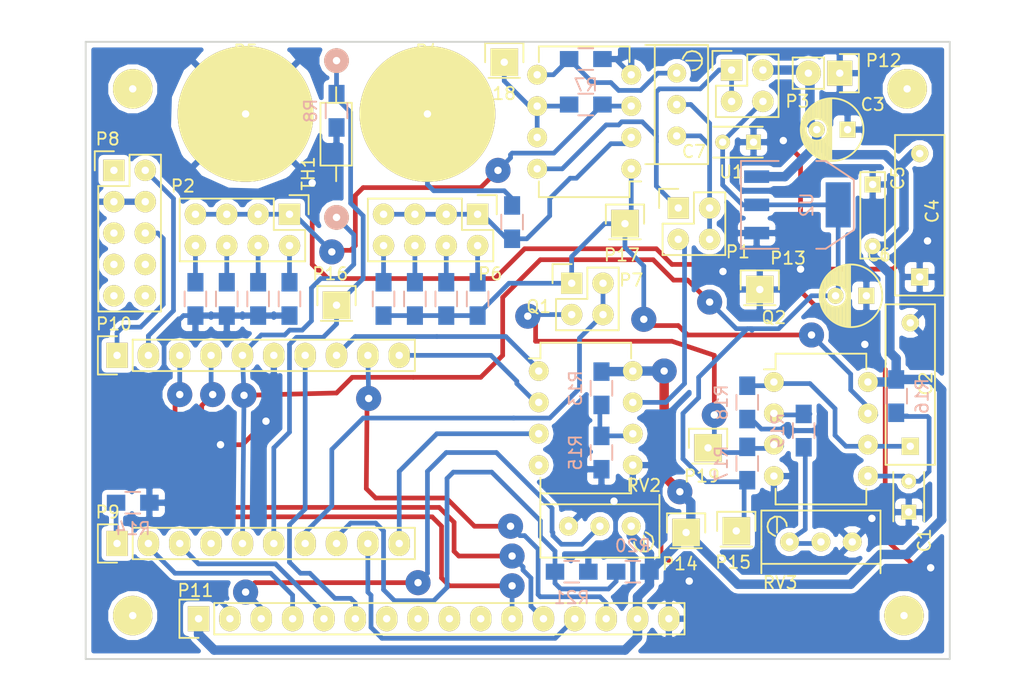
<source format=kicad_pcb>
(kicad_pcb (version 4) (host pcbnew 4.0.3-stable)
  (layers (0 F.Cu signal) (31 B.Cu signal) (34 B.Paste user) (35 F.Paste user) (36 B.SilkS user) (37 F.SilkS user) (38 B.Mask user) (39 F.Mask user) (44 Edge.Cuts user))
  (net 0 "")
  (net 1 GND)
  (net 2 "Net-(C1-Pad2)")
  (net 3 "Net-(C2-Pad1)")
  (net 4 +5V)
  (net 5 +3V3)
  (net 6 /VCC)
  (net 7 "Net-(P1-Pad2)")
  (net 8 /DAC_OUT)
  (net 9 "Net-(P2-Pad1)")
  (net 10 "Net-(P2-Pad2)")
  (net 11 "Net-(P2-Pad4)")
  (net 12 "Net-(P2-Pad6)")
  (net 13 "Net-(P2-Pad8)")
  (net 14 "Net-(P4-Pad1)")
  (net 15 "Net-(P6-Pad1)")
  (net 16 "Net-(P6-Pad2)")
  (net 17 "Net-(P6-Pad4)")
  (net 18 "Net-(P6-Pad6)")
  (net 19 "Net-(P6-Pad8)")
  (net 20 /MULT_OUT)
  (net 21 /THC_OUT)
  (net 22 /FREQ_OUT)
  (net 23 "Net-(P8-Pad1)")
  (net 24 /SWDIO)
  (net 25 "Net-(P8-Pad5)")
  (net 26 /SWDCLK)
  (net 27 "Net-(P8-Pad7)")
  (net 28 "Net-(P8-Pad8)")
  (net 29 "Net-(P8-Pad9)")
  (net 30 "Net-(P8-Pad10)")
  (net 31 "Net-(P9-Pad1)")
  (net 32 /RS)
  (net 33 /RW)
  (net 34 "Net-(P9-Pad4)")
  (net 35 /THERM_OUT)
  (net 36 /VBAT)
  (net 37 /DB6)
  (net 38 /NSS)
  (net 39 /DB4)
  (net 40 /DB5)
  (net 41 /EN)
  (net 42 /MOSI)
  (net 43 /DB7)
  (net 44 /SCK)
  (net 45 "Net-(P11-Pad3)")
  (net 46 "Net-(P11-Pad7)")
  (net 47 "Net-(P11-Pad8)")
  (net 48 "Net-(P11-Pad9)")
  (net 49 "Net-(P11-Pad10)")
  (net 50 /VREF)
  (net 51 "Net-(Q1-Pad4)")
  (net 52 "Net-(Q1-Pad6)")
  (net 53 "Net-(Q2-Pad2)")
  (net 54 /VREF_IN)
  (net 55 "Net-(R19-Pad2)")
  (module Potentiometers:Potentiometer_Bourns_3296W_3-8Zoll_Inline_ScrewUp (layer F.Cu) (at 120.396 90.043 90)
    (fp_text reference RV2 (at 3.302 1.016 360) (layer F.SilkS))
    (fp_text value 10K)
    (pad 2 thru_hole circle (at 0 -2.54 90) (size 1.524 1.524) (drill 0.6) (layers *.Cu *.Mask F.SilkS) (net 45 "Net-(P11-Pad3)"))
    (pad 3 thru_hole circle (at 0 -5.08 90) (size 1.524 1.524) (drill 0.6) (layers *.Cu *.Mask F.SilkS) (net 1 GND))
    (pad 1 thru_hole circle (at 0 0 90) (size 1.524 1.524) (drill 0.6) (layers *.Cu *.Mask F.SilkS) (net 4 +5V) (clearance 0.2032))
  )
  (module Capacitors_ThroughHole:C_Rect_L13_W4_P10 (layer F.Cu) (at 143.002 83.566 90)
    (fp_text reference C2 (at 5.08 1.27 90) (layer F.SilkS))
    (fp_text value 100nF)
    (pad 1 thru_hole rect (at 0 0 90) (size 1.4 1.4) (drill 0.6) (layers *.Cu *.Mask F.SilkS) (net 3 "Net-(C2-Pad1)"))
    (pad 2 thru_hole circle (at 10 0 90) (size 1.4 1.4) (drill 0.6) (layers *.Cu *.Mask F.SilkS) (net 1 GND))
  )
  (module Capacitors_ThroughHole:C_Rect_L13_W4_P10 (layer F.Cu) (at 143.764 69.85 90)
    (fp_text reference C4 (at 5.334 1.016 90) (layer F.SilkS))
    (fp_text value 100nF)
    (pad 1 thru_hole rect (at 0 0 90) (size 1.4 1.4) (drill 0.6) (layers *.Cu *.Mask F.SilkS) (net 1 GND))
    (pad 2 thru_hole circle (at 10 0 90) (size 1.4 1.4) (drill 0.6) (layers *.Cu *.Mask F.SilkS) (net 4 +5V))
  )
  (module Capacitors_ThroughHole:C_Radial_D5_L6_P2.5 (layer F.Cu) (at 139.446 71.374 180)
    (fp_text reference C6 (at -1.016 3.302 180) (layer F.SilkS))
    (fp_text value 20uF)
    (pad 1 thru_hole rect (at 0 0 180) (size 1.3 1.3) (drill 0.6) (layers *.Cu *.Mask F.SilkS) (net 1 GND))
    (pad 2 thru_hole circle (at 2.5 0 180) (size 1.3 1.3) (drill 0.6) (layers *.Cu *.Mask F.SilkS) (net 5 +3V3))
  )
  (module Pin_Headers:Pin_Header_Straight_2x02 (layer F.Cu) (at 124.206 64.262)
    (fp_text reference P1 (at 4.826 3.556) (layer F.SilkS))
    (fp_text value CONN_VREF)
    (pad 1 thru_hole rect (at 0 0) (size 1.7272 1.7272) (drill 0.6) (layers *.Cu *.Mask F.SilkS) (net 6 /VCC))
    (pad 2 thru_hole oval (at 2.54 0) (size 1.7272 1.7272) (drill 0.6) (layers *.Cu *.Mask F.SilkS) (net 7 "Net-(P1-Pad2)"))
    (pad 3 thru_hole oval (at 0 2.54) (size 1.7272 1.7272) (drill 0.6) (layers *.Cu *.Mask F.SilkS) (net 8 /DAC_OUT))
    (pad 4 thru_hole oval (at 2.54 2.54) (size 1.7272 1.7272) (drill 0.6) (layers *.Cu *.Mask F.SilkS) (net 7 "Net-(P1-Pad2)"))
  )
  (module Pin_Headers:Pin_Header_Straight_2x04 (layer F.Cu) (at 92.71 64.77 270)
    (fp_text reference P2 (at -2.286 8.636 360) (layer F.SilkS))
    (fp_text value CONN_DIFF_POS)
    (pad 1 thru_hole rect (at 0 0 270) (size 1.7272 1.7272) (drill 0.6) (layers *.Cu *.Mask F.SilkS) (net 9 "Net-(P2-Pad1)"))
    (pad 2 thru_hole oval (at 2.54 0 270) (size 1.7272 1.7272) (drill 0.6) (layers *.Cu *.Mask F.SilkS) (net 10 "Net-(P2-Pad2)"))
    (pad 3 thru_hole oval (at 0 2.54 270) (size 1.7272 1.7272) (drill 0.6) (layers *.Cu *.Mask F.SilkS) (net 9 "Net-(P2-Pad1)"))
    (pad 4 thru_hole oval (at 2.54 2.54 270) (size 1.7272 1.7272) (drill 0.6) (layers *.Cu *.Mask F.SilkS) (net 11 "Net-(P2-Pad4)"))
    (pad 5 thru_hole oval (at 0 5.08 270) (size 1.7272 1.7272) (drill 0.6) (layers *.Cu *.Mask F.SilkS) (net 9 "Net-(P2-Pad1)"))
    (pad 6 thru_hole oval (at 2.54 5.08 270) (size 1.7272 1.7272) (drill 0.6) (layers *.Cu *.Mask F.SilkS) (net 12 "Net-(P2-Pad6)"))
    (pad 7 thru_hole oval (at 0 7.62 270) (size 1.7272 1.7272) (drill 0.6) (layers *.Cu *.Mask F.SilkS) (net 9 "Net-(P2-Pad1)"))
    (pad 8 thru_hole oval (at 2.54 7.62 270) (size 1.7272 1.7272) (drill 0.6) (layers *.Cu *.Mask F.SilkS) (net 13 "Net-(P2-Pad8)"))
  )
  (module Pin_Headers:Pin_Header_Straight_2x02 (layer F.Cu) (at 128.524 53.086)
    (fp_text reference P3 (at 5.334 2.54) (layer F.SilkS))
    (fp_text value CONN_VCC)
    (pad 1 thru_hole rect (at 0 0) (size 1.7272 1.7272) (drill 0.6) (layers *.Cu *.Mask F.SilkS) (net 6 /VCC))
    (pad 2 thru_hole oval (at 2.54 0) (size 1.7272 1.7272) (drill 0.6) (layers *.Cu *.Mask F.SilkS) (net 4 +5V))
    (pad 3 thru_hole oval (at 0 2.54) (size 1.7272 1.7272) (drill 0.6) (layers *.Cu *.Mask F.SilkS) (net 6 /VCC))
    (pad 4 thru_hole oval (at 2.54 2.54) (size 1.7272 1.7272) (drill 0.6) (layers *.Cu *.Mask F.SilkS) (net 5 +3V3))
  )
  (module Wire_Pads:SolderWirePad_single_2-5mmDrill (layer F.Cu) (at 103.886 56.642)
    (fp_text reference P4 (at 0 -5.08) (layer F.SilkS))
    (fp_text value THC_POS)
    (pad 1 thru_hole circle (at 0 0) (size 11 11) (drill 0.6) (layers *.Cu *.Mask F.SilkS) (net 14 "Net-(P4-Pad1)"))
  )
  (module Wire_Pads:SolderWirePad_single_2-5mmDrill (layer F.Cu) (at 89.154 56.642)
    (fp_text reference P5 (at 0 -5.08) (layer F.SilkS))
    (fp_text value THC_NEG)
    (pad 1 thru_hole circle (at 0 0) (size 11 11) (drill 0.6) (layers *.Cu *.Mask F.SilkS) (net 1 GND))
  )
  (module Pin_Headers:Pin_Header_Straight_2x04 (layer F.Cu) (at 107.95 64.77 270)
    (fp_text reference P6 (at 4.826 -1.016 360) (layer F.SilkS))
    (fp_text value CONN_DIFF_NEG)
    (pad 1 thru_hole rect (at 0 0 270) (size 1.7272 1.7272) (drill 0.6) (layers *.Cu *.Mask F.SilkS) (net 15 "Net-(P6-Pad1)"))
    (pad 2 thru_hole oval (at 2.54 0 270) (size 1.7272 1.7272) (drill 0.6) (layers *.Cu *.Mask F.SilkS) (net 16 "Net-(P6-Pad2)"))
    (pad 3 thru_hole oval (at 0 2.54 270) (size 1.7272 1.7272) (drill 0.6) (layers *.Cu *.Mask F.SilkS) (net 15 "Net-(P6-Pad1)"))
    (pad 4 thru_hole oval (at 2.54 2.54 270) (size 1.7272 1.7272) (drill 0.6) (layers *.Cu *.Mask F.SilkS) (net 17 "Net-(P6-Pad4)"))
    (pad 5 thru_hole oval (at 0 5.08 270) (size 1.7272 1.7272) (drill 0.6) (layers *.Cu *.Mask F.SilkS) (net 15 "Net-(P6-Pad1)"))
    (pad 6 thru_hole oval (at 2.54 5.08 270) (size 1.7272 1.7272) (drill 0.6) (layers *.Cu *.Mask F.SilkS) (net 18 "Net-(P6-Pad6)"))
    (pad 7 thru_hole oval (at 0 7.62 270) (size 1.7272 1.7272) (drill 0.6) (layers *.Cu *.Mask F.SilkS) (net 15 "Net-(P6-Pad1)"))
    (pad 8 thru_hole oval (at 2.54 7.62 270) (size 1.7272 1.7272) (drill 0.6) (layers *.Cu *.Mask F.SilkS) (net 19 "Net-(P6-Pad8)"))
  )
  (module Pin_Headers:Pin_Header_Straight_2x02 (layer F.Cu) (at 115.57 70.358)
    (fp_text reference P7 (at 4.826 -0.254) (layer F.SilkS))
    (fp_text value CONN_SIGNAL)
    (pad 1 thru_hole rect (at 0 0) (size 1.7272 1.7272) (drill 0.6) (layers *.Cu *.Mask F.SilkS) (net 20 /MULT_OUT))
    (pad 2 thru_hole oval (at 2.54 0) (size 1.7272 1.7272) (drill 0.6) (layers *.Cu *.Mask F.SilkS) (net 21 /THC_OUT))
    (pad 3 thru_hole oval (at 0 2.54) (size 1.7272 1.7272) (drill 0.6) (layers *.Cu *.Mask F.SilkS) (net 22 /FREQ_OUT))
    (pad 4 thru_hole oval (at 2.54 2.54) (size 1.7272 1.7272) (drill 0.6) (layers *.Cu *.Mask F.SilkS) (net 21 /THC_OUT))
  )
  (module Pin_Headers:Pin_Header_Straight_2x05 (layer F.Cu) (at 78.486 61.214)
    (fp_text reference P8 (at -0.508 -2.54) (layer F.SilkS))
    (fp_text value CONN_SWD)
    (pad 1 thru_hole rect (at 0 0) (size 1.7272 1.7272) (drill 0.6) (layers *.Cu *.Mask F.SilkS) (net 23 "Net-(P8-Pad1)"))
    (pad 2 thru_hole oval (at 2.54 0) (size 1.7272 1.7272) (drill 0.6) (layers *.Cu *.Mask F.SilkS) (net 24 /SWDIO))
    (pad 3 thru_hole oval (at 0 2.54) (size 1.7272 1.7272) (drill 0.6) (layers *.Cu *.Mask F.SilkS) (net 1 GND))
    (pad 4 thru_hole oval (at 2.54 2.54) (size 1.7272 1.7272) (drill 0.6) (layers *.Cu *.Mask F.SilkS) (net 1 GND))
    (pad 5 thru_hole oval (at 0 5.08) (size 1.7272 1.7272) (drill 0.6) (layers *.Cu *.Mask F.SilkS) (net 25 "Net-(P8-Pad5)"))
    (pad 6 thru_hole oval (at 2.54 5.08) (size 1.7272 1.7272) (drill 0.6) (layers *.Cu *.Mask F.SilkS) (net 26 /SWDCLK))
    (pad 7 thru_hole oval (at 0 7.62) (size 1.7272 1.7272) (drill 0.6) (layers *.Cu *.Mask F.SilkS) (net 27 "Net-(P8-Pad7)"))
    (pad 8 thru_hole oval (at 2.54 7.62) (size 1.7272 1.7272) (drill 0.6) (layers *.Cu *.Mask F.SilkS) (net 28 "Net-(P8-Pad8)"))
    (pad 9 thru_hole oval (at 0 10.16) (size 1.7272 1.7272) (drill 0.6) (layers *.Cu *.Mask F.SilkS) (net 29 "Net-(P8-Pad9)"))
    (pad 10 thru_hole oval (at 2.54 10.16) (size 1.7272 1.7272) (drill 0.6) (layers *.Cu *.Mask F.SilkS) (net 30 "Net-(P8-Pad10)"))
  )
  (module Pin_Headers:Pin_Header_Straight_1x02 (layer F.Cu) (at 137.287 53.34 270)
    (fp_text reference P12 (at -1.016 -3.556 360) (layer F.SilkS))
    (fp_text value CONN_BAT)
    (pad 1 thru_hole rect (at 0 0 270) (size 2.032 2.032) (drill 0.6) (layers *.Cu *.Mask F.SilkS) (net 1 GND))
    (pad 2 thru_hole oval (at 0 2.54 270) (size 2.032 2.032) (drill 0.6) (layers *.Cu *.Mask F.SilkS) (net 4 +5V))
  )
  (module Pin_Headers:Pin_Header_Straight_1x01 (layer F.Cu) (at 130.81 70.866)
    (fp_text reference P13 (at 2.286 -2.54) (layer F.SilkS))
    (fp_text value TP_GND)
    (pad 1 thru_hole rect (at 0 0) (size 2.2352 2.2352) (drill 0.6) (layers *.Cu *.Mask F.SilkS) (net 1 GND))
  )
  (module Pin_Headers:Pin_Header_Straight_1x01 (layer F.Cu) (at 124.841 90.551)
    (fp_text reference P14 (at -0.508 2.54) (layer F.SilkS))
    (fp_text value TP_5V)
    (pad 1 thru_hole rect (at 0 0) (size 2.2352 2.2352) (drill 0.6) (layers *.Cu *.Mask F.SilkS) (net 4 +5V))
  )
  (module Pin_Headers:Pin_Header_Straight_1x01 (layer F.Cu) (at 128.905 90.424)
    (fp_text reference P15 (at -0.254 2.54) (layer F.SilkS))
    (fp_text value TP_3V)
    (pad 1 thru_hole rect (at 0 0) (size 2.2352 2.2352) (drill 0.6) (layers *.Cu *.Mask F.SilkS) (net 5 +3V3))
  )
  (module Pin_Headers:Pin_Header_Straight_1x01 (layer F.Cu) (at 96.52 72.136)
    (fp_text reference P16 (at -0.508 -2.54) (layer F.SilkS))
    (fp_text value TP_THERM_OUT)
    (pad 1 thru_hole rect (at 0 0) (size 2.2352 2.2352) (drill 0.6) (layers *.Cu *.Mask F.SilkS) (net 35 /THERM_OUT))
  )
  (module Pin_Headers:Pin_Header_Straight_1x01 (layer F.Cu) (at 119.888 65.532)
    (fp_text reference P17 (at -0.254 2.54) (layer F.SilkS))
    (fp_text value TP_MULT_OUT)
    (pad 1 thru_hole rect (at 0 0) (size 2.2352 2.2352) (drill 0.6) (layers *.Cu *.Mask F.SilkS) (net 20 /MULT_OUT))
  )
  (module Housings_DIP:DIP-8_W7.62mm (layer F.Cu) (at 112.903 77.47)
    (fp_text reference Q1 (at 0 -5.22) (layer F.SilkS))
    (fp_text value TLC5615)
    (pad 1 thru_hole oval (at 0 0) (size 1.6 1.6) (drill 0.6) (layers *.Cu *.Mask F.SilkS) (net 42 /MOSI))
    (pad 2 thru_hole oval (at 0 2.54) (size 1.6 1.6) (drill 0.6) (layers *.Cu *.Mask F.SilkS) (net 44 /SCK))
    (pad 3 thru_hole oval (at 0 5.08) (size 1.6 1.6) (drill 0.6) (layers *.Cu *.Mask F.SilkS) (net 38 /NSS))
    (pad 4 thru_hole oval (at 0 7.62) (size 1.6 1.6) (drill 0.6) (layers *.Cu *.Mask F.SilkS) (net 51 "Net-(Q1-Pad4)"))
    (pad 5 thru_hole oval (at 7.62 7.62) (size 1.6 1.6) (drill 0.6) (layers *.Cu *.Mask F.SilkS) (net 1 GND))
    (pad 6 thru_hole oval (at 7.62 5.08) (size 1.6 1.6) (drill 0.6) (layers *.Cu *.Mask F.SilkS) (net 52 "Net-(Q1-Pad6)"))
    (pad 7 thru_hole oval (at 7.62 2.54) (size 1.6 1.6) (drill 0.6) (layers *.Cu *.Mask F.SilkS) (net 8 /DAC_OUT))
    (pad 8 thru_hole oval (at 7.62 0) (size 1.6 1.6) (drill 0.6) (layers *.Cu *.Mask F.SilkS) (net 4 +5V))
  )
  (module Housings_DIP:DIP-8_W7.62mm (layer F.Cu) (at 131.953 78.359)
    (fp_text reference Q2 (at 0 -5.22) (layer F.SilkS))
    (fp_text value LM331)
    (pad 1 thru_hole oval (at 0 0) (size 1.6 1.6) (drill 0.6) (layers *.Cu *.Mask F.SilkS) (net 3 "Net-(C2-Pad1)"))
    (pad 2 thru_hole oval (at 0 2.54) (size 1.6 1.6) (drill 0.6) (layers *.Cu *.Mask F.SilkS) (net 53 "Net-(Q2-Pad2)"))
    (pad 3 thru_hole oval (at 0 5.08) (size 1.6 1.6) (drill 0.6) (layers *.Cu *.Mask F.SilkS) (net 22 /FREQ_OUT))
    (pad 4 thru_hole oval (at 0 7.62) (size 1.6 1.6) (drill 0.6) (layers *.Cu *.Mask F.SilkS) (net 1 GND))
    (pad 5 thru_hole oval (at 7.62 7.62) (size 1.6 1.6) (drill 0.6) (layers *.Cu *.Mask F.SilkS) (net 2 "Net-(C1-Pad2)"))
    (pad 6 thru_hole oval (at 7.62 5.08) (size 1.6 1.6) (drill 0.6) (layers *.Cu *.Mask F.SilkS) (net 3 "Net-(C2-Pad1)"))
    (pad 7 thru_hole oval (at 7.62 2.54) (size 1.6 1.6) (drill 0.6) (layers *.Cu *.Mask F.SilkS) (net 20 /MULT_OUT))
    (pad 8 thru_hole oval (at 7.62 0) (size 1.6 1.6) (drill 0.6) (layers *.Cu *.Mask F.SilkS) (net 4 +5V))
  )
  (module Resistors_SMD:R_0805_HandSoldering (layer B.Cu) (at 92.71 71.628 90)
    (fp_text reference R1 hide)
    (fp_text value 470K)
    (pad 1 smd rect (at -1.35 0 90) (size 1.5 1.3) (layers B.Cu B.Paste B.Mask) (net 1 GND))
    (pad 2 smd rect (at 1.35 0 90) (size 1.5 1.3) (layers B.Cu B.Paste B.Mask) (net 10 "Net-(P2-Pad2)"))
  )
  (module Resistors_SMD:R_0805_HandSoldering (layer B.Cu) (at 90.17 71.628 90)
    (fp_text reference R2 hide)
    (fp_text value 680K)
    (pad 1 smd rect (at -1.35 0 90) (size 1.5 1.3) (layers B.Cu B.Paste B.Mask) (net 1 GND))
    (pad 2 smd rect (at 1.35 0 90) (size 1.5 1.3) (layers B.Cu B.Paste B.Mask) (net 11 "Net-(P2-Pad4)"))
  )
  (module Resistors_SMD:R_0805_HandSoldering (layer B.Cu) (at 87.63 71.628 90)
    (fp_text reference R3 hide)
    (fp_text value 820K)
    (pad 1 smd rect (at -1.35 0 90) (size 1.5 1.3) (layers B.Cu B.Paste B.Mask) (net 1 GND))
    (pad 2 smd rect (at 1.35 0 90) (size 1.5 1.3) (layers B.Cu B.Paste B.Mask) (net 12 "Net-(P2-Pad6)"))
  )
  (module Resistors_SMD:R_0805_HandSoldering (layer B.Cu) (at 85.09 71.628 90)
    (fp_text reference R4 hide)
    (fp_text value 910K)
    (pad 1 smd rect (at -1.35 0 90) (size 1.5 1.3) (layers B.Cu B.Paste B.Mask) (net 1 GND))
    (pad 2 smd rect (at 1.35 0 90) (size 1.5 1.3) (layers B.Cu B.Paste B.Mask) (net 13 "Net-(P2-Pad8)"))
  )
  (module Resistors_SMD:R_0805_HandSoldering (layer B.Cu) (at 116.713 55.88 180)
    (fp_text reference R5 hide)
    (fp_text value 10K)
    (pad 1 smd rect (at -1.35 0 180) (size 1.5 1.3) (layers B.Cu B.Paste B.Mask) (net 9 "Net-(P2-Pad1)"))
    (pad 2 smd rect (at 1.35 0 180) (size 1.5 1.3) (layers B.Cu B.Paste B.Mask) (net 50 /VREF))
  )
  (module Resistors_SMD:R_0805_HandSoldering (layer B.Cu) (at 110.744 65.405 90)
    (fp_text reference R6 hide)
    (fp_text value 10K)
    (pad 1 smd rect (at -1.35 0 90) (size 1.5 1.3) (layers B.Cu B.Paste B.Mask) (net 15 "Net-(P6-Pad1)"))
    (pad 2 smd rect (at 1.35 0 90) (size 1.5 1.3) (layers B.Cu B.Paste B.Mask) (net 14 "Net-(P4-Pad1)"))
  )
  (module Resistors_SMD:R_0805_HandSoldering (layer B.Cu) (at 116.713 52.197)
    (fp_text reference R7 (at 0 2.1) (layer B.SilkS) (effects (justify mirror)))
    (fp_text value 1K)
    (pad 1 smd rect (at -1.35 0) (size 1.5 1.3) (layers B.Cu B.Paste B.Mask) (net 54 /VREF_IN))
    (pad 2 smd rect (at 1.35 0) (size 1.5 1.3) (layers B.Cu B.Paste B.Mask) (net 1 GND))
  )
  (module Resistors_SMD:R_0805_HandSoldering (layer B.Cu) (at 96.52 56.388 270)
    (fp_text reference R8 (at 0 2.1 270) (layer B.SilkS) (effects (justify mirror)))
    (fp_text value 100K)
    (pad 1 smd rect (at -1.35 0 270) (size 1.5 1.3) (layers B.Cu B.Paste B.Mask) (net 35 /THERM_OUT))
    (pad 2 smd rect (at 1.35 0 270) (size 1.5 1.3) (layers B.Cu B.Paste B.Mask) (net 1 GND))
  )
  (module Resistors_SMD:R_0805_HandSoldering (layer B.Cu) (at 107.95 71.628 90)
    (fp_text reference R9 hide)
    (fp_text value 470K)
    (pad 1 smd rect (at -1.35 0 90) (size 1.5 1.3) (layers B.Cu B.Paste B.Mask) (net 20 /MULT_OUT))
    (pad 2 smd rect (at 1.35 0 90) (size 1.5 1.3) (layers B.Cu B.Paste B.Mask) (net 16 "Net-(P6-Pad2)"))
  )
  (module Resistors_SMD:R_0805_HandSoldering (layer B.Cu) (at 105.41 71.628 90)
    (fp_text reference R10 hide)
    (fp_text value 680K)
    (pad 1 smd rect (at -1.35 0 90) (size 1.5 1.3) (layers B.Cu B.Paste B.Mask) (net 20 /MULT_OUT))
    (pad 2 smd rect (at 1.35 0 90) (size 1.5 1.3) (layers B.Cu B.Paste B.Mask) (net 17 "Net-(P6-Pad4)"))
  )
  (module Resistors_SMD:R_0805_HandSoldering (layer B.Cu) (at 102.87 71.628 90)
    (fp_text reference R11 hide)
    (fp_text value 820K)
    (pad 1 smd rect (at -1.35 0 90) (size 1.5 1.3) (layers B.Cu B.Paste B.Mask) (net 20 /MULT_OUT))
    (pad 2 smd rect (at 1.35 0 90) (size 1.5 1.3) (layers B.Cu B.Paste B.Mask) (net 18 "Net-(P6-Pad6)"))
  )
  (module Resistors_SMD:R_0805_HandSoldering (layer B.Cu) (at 100.33 71.628 90)
    (fp_text reference R12 hide)
    (fp_text value 910K)
    (pad 1 smd rect (at -1.35 0 90) (size 1.5 1.3) (layers B.Cu B.Paste B.Mask) (net 20 /MULT_OUT))
    (pad 2 smd rect (at 1.35 0 90) (size 1.5 1.3) (layers B.Cu B.Paste B.Mask) (net 19 "Net-(P6-Pad8)"))
  )
  (module Resistors_SMD:R_0805_HandSoldering (layer B.Cu) (at 117.983 78.867 270)
    (fp_text reference R13 (at 0 2.1 270) (layer B.SilkS) (effects (justify mirror)))
    (fp_text value 75K)
    (pad 1 smd rect (at -1.35 0 270) (size 1.5 1.3) (layers B.Cu B.Paste B.Mask) (net 4 +5V))
    (pad 2 smd rect (at 1.35 0 270) (size 1.5 1.3) (layers B.Cu B.Paste B.Mask) (net 52 "Net-(Q1-Pad6)"))
  )
  (module Resistors_SMD:R_0805_HandSoldering (layer B.Cu) (at 80.01 88.138)
    (fp_text reference R14 (at 0 2.1) (layer B.SilkS) (effects (justify mirror)))
    (fp_text value 3.6K)
    (pad 1 smd rect (at -1.35 0) (size 1.5 1.3) (layers B.Cu B.Paste B.Mask) (net 31 "Net-(P9-Pad1)"))
    (pad 2 smd rect (at 1.35 0) (size 1.5 1.3) (layers B.Cu B.Paste B.Mask) (net 1 GND))
  )
  (module Resistors_SMD:R_0805_HandSoldering (layer B.Cu) (at 117.983 84.074 270)
    (fp_text reference R15 (at 0 2.1 270) (layer B.SilkS) (effects (justify mirror)))
    (fp_text value 50K)
    (pad 1 smd rect (at -1.35 0 270) (size 1.5 1.3) (layers B.Cu B.Paste B.Mask) (net 52 "Net-(Q1-Pad6)"))
    (pad 2 smd rect (at 1.35 0 270) (size 1.5 1.3) (layers B.Cu B.Paste B.Mask) (net 1 GND))
  )
  (module Resistors_SMD:R_0805_HandSoldering (layer B.Cu) (at 141.859 79.502 90)
    (fp_text reference R16 (at 0 2.1 90) (layer B.SilkS) (effects (justify mirror)))
    (fp_text value 6.8K)
    (pad 1 smd rect (at -1.35 0 90) (size 1.5 1.3) (layers B.Cu B.Paste B.Mask) (net 2 "Net-(C1-Pad2)"))
    (pad 2 smd rect (at 1.35 0 90) (size 1.5 1.3) (layers B.Cu B.Paste B.Mask) (net 4 +5V))
  )
  (module Resistors_SMD:R_0805_HandSoldering (layer B.Cu) (at 129.794 84.963 270)
    (fp_text reference R17 (at 0 2.1 270) (layer B.SilkS) (effects (justify mirror)))
    (fp_text value 12K)
    (pad 1 smd rect (at -1.35 0 270) (size 1.5 1.3) (layers B.Cu B.Paste B.Mask) (net 22 /FREQ_OUT))
    (pad 2 smd rect (at 1.35 0 270) (size 1.5 1.3) (layers B.Cu B.Paste B.Mask) (net 5 +3V3))
  )
  (module Resistors_SMD:R_0805_HandSoldering (layer B.Cu) (at 129.794 80.01 270)
    (fp_text reference R18 (at 0 2.1 270) (layer B.SilkS) (effects (justify mirror)))
    (fp_text value 100K)
    (pad 1 smd rect (at -1.35 0 270) (size 1.5 1.3) (layers B.Cu B.Paste B.Mask) (net 3 "Net-(C2-Pad1)"))
    (pad 2 smd rect (at 1.35 0 270) (size 1.5 1.3) (layers B.Cu B.Paste B.Mask) (net 1 GND))
  )
  (module Resistors_SMD:R_0805_HandSoldering (layer B.Cu) (at 134.366 82.296 270)
    (fp_text reference R19 (at 0 2.1 270) (layer B.SilkS) (effects (justify mirror)))
    (fp_text value 10K)
    (pad 1 smd rect (at -1.35 0 270) (size 1.5 1.3) (layers B.Cu B.Paste B.Mask) (net 53 "Net-(Q2-Pad2)"))
    (pad 2 smd rect (at 1.35 0 270) (size 1.5 1.3) (layers B.Cu B.Paste B.Mask) (net 55 "Net-(R19-Pad2)"))
  )
  (module Resistors_SMD:R_0805_HandSoldering (layer B.Cu) (at 120.523 93.726 180)
    (fp_text reference R20 (at 0 2.1 180) (layer B.SilkS) (effects (justify mirror)))
    (fp_text value 100K)
    (pad 1 smd rect (at -1.35 0 180) (size 1.5 1.3) (layers B.Cu B.Paste B.Mask) (net 4 +5V))
    (pad 2 smd rect (at 1.35 0 180) (size 1.5 1.3) (layers B.Cu B.Paste B.Mask) (net 36 /VBAT))
  )
  (module Resistors_SMD:R_0805_HandSoldering (layer B.Cu) (at 115.57 93.726)
    (fp_text reference R21 (at 0 2.1) (layer B.SilkS) (effects (justify mirror)))
    (fp_text value 100K)
    (pad 1 smd rect (at -1.35 0) (size 1.5 1.3) (layers B.Cu B.Paste B.Mask) (net 36 /VBAT))
    (pad 2 smd rect (at 1.35 0) (size 1.5 1.3) (layers B.Cu B.Paste B.Mask) (net 1 GND))
  )
  (module Potentiometers:Potentiometer_Bourns_3296W_3-8Zoll_Inline_ScrewUp (layer F.Cu) (at 124.079 53.34 180)
    (fp_text reference RV1 hide)
    (fp_text value 100K)
    (pad 2 thru_hole circle (at 0 -2.54 180) (size 1.524 1.524) (drill 0.6) (layers *.Cu *.Mask F.SilkS) (net 7 "Net-(P1-Pad2)"))
    (pad 3 thru_hole circle (at 0 -5.08 180) (size 1.524 1.524) (drill 0.6) (layers *.Cu *.Mask F.SilkS) (net 7 "Net-(P1-Pad2)"))
    (pad 1 thru_hole circle (at 0 0 180) (size 1.524 1.524) (drill 0.6) (layers *.Cu *.Mask F.SilkS) (net 54 /VREF_IN))
  )
  (module Potentiometers:Potentiometer_Bourns_3296W_3-8Zoll_Inline_ScrewUp (layer F.Cu) (at 133.223 91.313 270)
    (fp_text reference RV3 (at 3.302 0.762 360) (layer F.SilkS))
    (fp_text value 10K)
    (pad 2 thru_hole circle (at 0 -2.54 270) (size 1.524 1.524) (drill 0.6) (layers *.Cu *.Mask F.SilkS) (net 55 "Net-(R19-Pad2)"))
    (pad 3 thru_hole circle (at 0 -5.08 270) (size 1.524 1.524) (drill 0.6) (layers *.Cu *.Mask F.SilkS) (net 1 GND))
    (pad 1 thru_hole circle (at 0 0 270) (size 1.524 1.524) (drill 0.6) (layers *.Cu *.Mask F.SilkS) (net 55 "Net-(R19-Pad2)"))
  )
  (module resistor-th:Resistor_Horizontal_RM12mm (layer F.Cu) (at 96.52 65.024 90)
    (fp_text reference TH1 (at 3.556 -2.286 90) (layer F.SilkS))
    (fp_text value THERMISTOR hide)
    (pad 1 thru_hole circle (at 0 0 90) (size 1.99898 1.99898) (drill 0.6) (layers *.Cu *.SilkS *.Mask) (net 5 +3V3))
    (pad 2 thru_hole circle (at 12.7 0 90) (size 1.99898 1.99898) (drill 0.6) (layers *.Cu *.SilkS *.Mask) (net 35 /THERM_OUT))
  )
  (module Housings_DIP:DIP-8_W7.62mm (layer F.Cu) (at 120.396 61.087 180)
    (fp_text reference U1 (at -8.128 -0.254 180) (layer F.SilkS))
    (fp_text value LM358N)
    (pad 1 thru_hole oval (at 0 0 180) (size 1.6 1.6) (drill 0.6) (layers *.Cu *.Mask F.SilkS) (net 20 /MULT_OUT))
    (pad 2 thru_hole oval (at 0 2.54 180) (size 1.6 1.6) (drill 0.6) (layers *.Cu *.Mask F.SilkS) (net 15 "Net-(P6-Pad1)"))
    (pad 3 thru_hole oval (at 0 5.08 180) (size 1.6 1.6) (drill 0.6) (layers *.Cu *.Mask F.SilkS) (net 9 "Net-(P2-Pad1)"))
    (pad 4 thru_hole oval (at 0 7.62 180) (size 1.6 1.6) (drill 0.6) (layers *.Cu *.Mask F.SilkS) (net 1 GND))
    (pad 5 thru_hole oval (at 7.62 7.62 180) (size 1.6 1.6) (drill 0.6) (layers *.Cu *.Mask F.SilkS) (net 54 /VREF_IN))
    (pad 6 thru_hole oval (at 7.62 5.08 180) (size 1.6 1.6) (drill 0.6) (layers *.Cu *.Mask F.SilkS) (net 50 /VREF))
    (pad 7 thru_hole oval (at 7.62 2.54 180) (size 1.6 1.6) (drill 0.6) (layers *.Cu *.Mask F.SilkS) (net 50 /VREF))
    (pad 8 thru_hole oval (at 7.62 0 180) (size 1.6 1.6) (drill 0.6) (layers *.Cu *.Mask F.SilkS) (net 6 /VCC))
  )
  (module TO_SOT_Packages_SMD:SOT-223 (layer B.Cu) (at 133.858 64.008 90)
    (fp_text reference U2 (at 0 0.762 90) (layer B.SilkS) (effects (justify mirror)))
    (fp_text value LM1117-3.3)
    (pad 4 smd rect (at 0 3.302 90) (size 3.6576 2.032) (layers B.Cu B.Paste B.Mask) (net 5 +3V3))
    (pad 2 smd rect (at 0 -3.302 90) (size 1.016 2.032) (layers B.Cu B.Paste B.Mask) (net 5 +3V3))
    (pad 3 smd rect (at 2.286 -3.302 90) (size 1.016 2.032) (layers B.Cu B.Paste B.Mask) (net 4 +5V))
    (pad 1 smd rect (at -2.286 -3.302 90) (size 1.016 2.032) (layers B.Cu B.Paste B.Mask) (net 1 GND))
  )
  (module Pin_Headers:Pin_Header_Straight_1x01 (layer F.Cu) (at 110.109 52.451)
    (fp_text reference P18 (at -0.508 2.54) (layer F.SilkS))
    (fp_text value TP_VREF)
    (pad 1 thru_hole rect (at 0 0) (size 2.2352 2.2352) (drill 0.6) (layers *.Cu *.Mask F.SilkS) (net 50 /VREF))
  )
  (module Pin_Headers:Pin_Header_Straight_1x01 (layer F.Cu) (at 126.619 83.693)
    (fp_text reference P19 (at -0.508 2.286) (layer F.SilkS))
    (fp_text value TP_FREQ_OUT)
    (pad 1 thru_hole rect (at 0 0) (size 2.2352 2.2352) (drill 0.6) (layers *.Cu *.Mask F.SilkS) (net 22 /FREQ_OUT))
  )
  (module Capacitors_ThroughHole:C_Rect_L4_W2.5_P2.5 (layer F.Cu) (at 142.875 88.9 90)
    (fp_text reference C1 (at -2.286 1.27 90) (layer F.SilkS))
    (fp_text value 1nF)
    (pad 1 thru_hole rect (at 0 0 90) (size 1.2 1.2) (drill 0.6) (layers *.Cu *.Mask F.SilkS) (net 1 GND))
    (pad 2 thru_hole circle (at 2.5 0 90) (size 1.2 1.2) (drill 0.6) (layers *.Cu *.Mask F.SilkS) (net 2 "Net-(C1-Pad2)"))
  )
  (module Capacitors_ThroughHole:C_Radial_D5_L6_P2.5 (layer F.Cu) (at 137.922 57.912 180)
    (fp_text reference C3 (at -2.032 2.032 180) (layer F.SilkS))
    (fp_text value 220uF)
    (pad 1 thru_hole rect (at 0 0 180) (size 1.3 1.3) (drill 0.6) (layers *.Cu *.Mask F.SilkS) (net 1 GND))
    (pad 2 thru_hole circle (at 2.5 0 180) (size 1.3 1.3) (drill 0.6) (layers *.Cu *.Mask F.SilkS) (net 4 +5V))
  )
  (module Capacitors_ThroughHole:C_Rect_L7_W2_P5 (layer F.Cu) (at 139.954 62.357 270)
    (fp_text reference C5 (at -0.508 -2.032 270) (layer F.SilkS))
    (fp_text value 104pF)
    (pad 1 thru_hole rect (at 0 0 270) (size 1.3 1.3) (drill 0.6) (layers *.Cu *.Mask F.SilkS) (net 1 GND))
    (pad 2 thru_hole circle (at 5 0 270) (size 1.3 1.3) (drill 0.6) (layers *.Cu *.Mask F.SilkS) (net 4 +5V))
  )
  (module Capacitors_ThroughHole:C_Rect_L4_W2.5_P2.5 (layer F.Cu) (at 130.302 58.928 180)
    (fp_text reference C7 (at 4.826 -0.762 180) (layer F.SilkS))
    (fp_text value 1nF)
    (pad 1 thru_hole rect (at 0 0 180) (size 1.2 1.2) (drill 0.6) (layers *.Cu *.Mask F.SilkS) (net 1 GND))
    (pad 2 thru_hole circle (at 2.5 0 180) (size 1.2 1.2) (drill 0.6) (layers *.Cu *.Mask F.SilkS) (net 5 +3V3))
  )
  (module Mounting_Holes:MountingHole_3.2mm_M3 (layer F.Cu) (at 80.01 54.61)
    (fp_text reference REF** hide)
    (fp_text value MountingHole_3.2mm_M3)
    (pad 1 np_thru_hole circle (at 0 0) (size 3.2 3.2) (drill 0.6) (layers *.Cu *.Mask F.SilkS))
  )
  (module Mounting_Holes:MountingHole_3.2mm_M3 (layer F.Cu) (at 142.748 54.61)
    (fp_text reference REF** hide)
    (fp_text value MountingHole_3.2mm_M3)
    (pad 1 np_thru_hole circle (at 0 0) (size 3.2 3.2) (drill 0.6) (layers *.Cu *.Mask F.SilkS))
  )
  (module Mounting_Holes:MountingHole_3.2mm_M3 (layer F.Cu) (at 142.494 97.282)
    (fp_text reference REF** hide)
    (fp_text value MountingHole_3.2mm_M3)
    (pad 1 np_thru_hole circle (at 0 0) (size 3.2 3.2) (drill 0.6) (layers *.Cu *.Mask F.SilkS))
  )
  (module Mounting_Holes:MountingHole_3.2mm_M3 (layer F.Cu) (at 80.01 97.282)
    (fp_text reference REF** hide)
    (fp_text value MountingHole_3.2mm_M3)
    (pad 1 np_thru_hole circle (at 0 0) (size 3.2 3.2) (drill 0.6) (layers *.Cu *.Mask F.SilkS))
  )
  (module Socket_Strips:Socket_Strip_Straight_1x10 (layer F.Cu) (at 78.74 91.44)
    (fp_text reference P9 (at -0.762 -2.54) (layer F.SilkS))
    (fp_text value CONN_STM32F030_1_10)
    (pad 1 thru_hole rect (at 0 0) (size 1.7272 2.032) (drill 0.6) (layers *.Cu *.Mask F.SilkS) (net 31 "Net-(P9-Pad1)"))
    (pad 2 thru_hole oval (at 2.54 0) (size 1.7272 2.032) (drill 0.6) (layers *.Cu *.Mask F.SilkS) (net 32 /RS))
    (pad 3 thru_hole oval (at 5.08 0) (size 1.7272 2.032) (drill 0.6) (layers *.Cu *.Mask F.SilkS) (net 33 /RW))
    (pad 4 thru_hole oval (at 7.62 0) (size 1.7272 2.032) (drill 0.6) (layers *.Cu *.Mask F.SilkS) (net 34 "Net-(P9-Pad4)"))
    (pad 5 thru_hole oval (at 10.16 0) (size 1.7272 2.032) (drill 0.6) (layers *.Cu *.Mask F.SilkS) (net 5 +3V3))
    (pad 6 thru_hole oval (at 12.7 0) (size 1.7272 2.032) (drill 0.6) (layers *.Cu *.Mask F.SilkS) (net 35 /THERM_OUT))
    (pad 7 thru_hole oval (at 15.24 0) (size 1.7272 2.032) (drill 0.6) (layers *.Cu *.Mask F.SilkS) (net 21 /THC_OUT))
    (pad 8 thru_hole oval (at 17.78 0) (size 1.7272 2.032) (drill 0.6) (layers *.Cu *.Mask F.SilkS) (net 36 /VBAT))
    (pad 9 thru_hole oval (at 20.32 0) (size 1.7272 2.032) (drill 0.6) (layers *.Cu *.Mask F.SilkS) (net 37 /DB6))
    (pad 10 thru_hole oval (at 22.86 0) (size 1.7272 2.032) (drill 0.6) (layers *.Cu *.Mask F.SilkS) (net 38 /NSS))
  )
  (module Socket_Strips:Socket_Strip_Straight_1x10 (layer F.Cu) (at 78.74 76.2)
    (fp_text reference P10 (at -0.254 -2.54) (layer F.SilkS))
    (fp_text value CONN_STM32F030_11_20)
    (pad 1 thru_hole rect (at 0 0) (size 1.7272 2.032) (drill 0.6) (layers *.Cu *.Mask F.SilkS) (net 26 /SWDCLK))
    (pad 2 thru_hole oval (at 2.54 0) (size 1.7272 2.032) (drill 0.6) (layers *.Cu *.Mask F.SilkS) (net 24 /SWDIO))
    (pad 3 thru_hole oval (at 5.08 0) (size 1.7272 2.032) (drill 0.6) (layers *.Cu *.Mask F.SilkS) (net 39 /DB4))
    (pad 4 thru_hole oval (at 7.62 0) (size 1.7272 2.032) (drill 0.6) (layers *.Cu *.Mask F.SilkS) (net 40 /DB5))
    (pad 5 thru_hole oval (at 10.16 0) (size 1.7272 2.032) (drill 0.6) (layers *.Cu *.Mask F.SilkS) (net 5 +3V3))
    (pad 6 thru_hole oval (at 12.7 0) (size 1.7272 2.032) (drill 0.6) (layers *.Cu *.Mask F.SilkS) (net 1 GND))
    (pad 7 thru_hole oval (at 15.24 0) (size 1.7272 2.032) (drill 0.6) (layers *.Cu *.Mask F.SilkS) (net 41 /EN))
    (pad 8 thru_hole oval (at 17.78 0) (size 1.7272 2.032) (drill 0.6) (layers *.Cu *.Mask F.SilkS) (net 42 /MOSI))
    (pad 9 thru_hole oval (at 20.32 0) (size 1.7272 2.032) (drill 0.6) (layers *.Cu *.Mask F.SilkS) (net 43 /DB7))
    (pad 10 thru_hole oval (at 22.86 0) (size 1.7272 2.032) (drill 0.6) (layers *.Cu *.Mask F.SilkS) (net 44 /SCK))
  )
  (module Socket_Strips:Socket_Strip_Straight_1x16 (layer F.Cu) (at 85.344 97.536)
    (fp_text reference P11 (at -0.254 -2.286) (layer F.SilkS))
    (fp_text value CONN_HD44780)
    (pad 1 thru_hole rect (at 0 0) (size 1.7272 2.032) (drill 0.6) (layers *.Cu *.Mask F.SilkS) (net 4 +5V))
    (pad 2 thru_hole oval (at 2.54 0) (size 1.7272 2.032) (drill 0.6) (layers *.Cu *.Mask F.SilkS) (net 1 GND))
    (pad 3 thru_hole oval (at 5.08 0) (size 1.7272 2.032) (drill 0.6) (layers *.Cu *.Mask F.SilkS) (net 45 "Net-(P11-Pad3)"))
    (pad 4 thru_hole oval (at 7.62 0) (size 1.7272 2.032) (drill 0.6) (layers *.Cu *.Mask F.SilkS) (net 32 /RS))
    (pad 5 thru_hole oval (at 10.16 0) (size 1.7272 2.032) (drill 0.6) (layers *.Cu *.Mask F.SilkS) (net 33 /RW))
    (pad 6 thru_hole oval (at 12.7 0) (size 1.7272 2.032) (drill 0.6) (layers *.Cu *.Mask F.SilkS) (net 41 /EN))
    (pad 7 thru_hole oval (at 15.24 0) (size 1.7272 2.032) (drill 0.6) (layers *.Cu *.Mask F.SilkS) (net 46 "Net-(P11-Pad7)"))
    (pad 8 thru_hole oval (at 17.78 0) (size 1.7272 2.032) (drill 0.6) (layers *.Cu *.Mask F.SilkS) (net 47 "Net-(P11-Pad8)"))
    (pad 9 thru_hole oval (at 20.32 0) (size 1.7272 2.032) (drill 0.6) (layers *.Cu *.Mask F.SilkS) (net 48 "Net-(P11-Pad9)"))
    (pad 10 thru_hole oval (at 22.86 0) (size 1.7272 2.032) (drill 0.6) (layers *.Cu *.Mask F.SilkS) (net 49 "Net-(P11-Pad10)"))
    (pad 11 thru_hole oval (at 25.4 0) (size 1.7272 2.032) (drill 0.6) (layers *.Cu *.Mask F.SilkS) (net 39 /DB4))
    (pad 12 thru_hole oval (at 27.94 0) (size 1.7272 2.032) (drill 0.6) (layers *.Cu *.Mask F.SilkS) (net 40 /DB5))
    (pad 13 thru_hole oval (at 30.48 0) (size 1.7272 2.032) (drill 0.6) (layers *.Cu *.Mask F.SilkS) (net 37 /DB6))
    (pad 14 thru_hole oval (at 33.02 0) (size 1.7272 2.032) (drill 0.6) (layers *.Cu *.Mask F.SilkS) (net 43 /DB7))
    (pad 15 thru_hole oval (at 35.56 0) (size 1.7272 2.032) (drill 0.6) (layers *.Cu *.Mask F.SilkS) (net 4 +5V))
    (pad 16 thru_hole oval (at 38.1 0) (size 1.7272 2.032) (drill 0.6) (layers *.Cu *.Mask F.SilkS) (net 1 GND))
  )
  (gr_line (start 76.2 100.8) (end 76.2 50.8) (angle 90) (layer Edge.Cuts) (width 0.15))
  (gr_line (start 146.2 100.8) (end 76.2 100.8) (angle 90) (layer Edge.Cuts) (width 0.15))
  (gr_line (start 146.2 50.8) (end 146.2 100.8) (angle 90) (layer Edge.Cuts) (width 0.15))
  (gr_line (start 76.2 50.8) (end 146.2 50.8) (angle 90) (layer Edge.Cuts) (width 0.15))
  (segment (start 118.999 88.011) (end 118.999 89.0905) (width 0.381) (layer B.Cu) (net 1))
  (segment (start 116.92 92.5665) (end 116.92 93.726) (width 0.381) (layer B.Cu) (net 1))
  (segment (start 117.348 92.1385) (end 116.92 92.5665) (width 0.381) (layer B.Cu) (net 1))
  (segment (start 117.9195 92.1385) (end 117.348 92.1385) (width 0.381) (layer B.Cu) (net 1))
  (segment (start 119.0625 90.9955) (end 117.9195 92.1385) (width 0.381) (layer B.Cu) (net 1))
  (segment (start 119.0625 90.6145) (end 119.0625 90.9955) (width 0.381) (layer B.Cu) (net 1))
  (segment (start 119.126 90.551) (end 119.0625 90.6145) (width 0.381) (layer B.Cu) (net 1))
  (segment (start 119.126 89.2175) (end 119.126 90.551) (width 0.381) (layer B.Cu) (net 1))
  (segment (start 118.999 89.0905) (end 119.126 89.2175) (width 0.381) (layer B.Cu) (net 1))
  (segment (start 139.8905 89.916) (end 139.8905 90.1065) (width 0.381) (layer F.Cu) (net 1))
  (via (at 144.653 93.4085) (size 2.032) (drill 0.6) (layers F.Cu B.Cu) (net 1))
  (segment (start 143.51 93.4085) (end 144.653 93.4085) (width 0.381) (layer F.Cu) (net 1))
  (segment (start 139.8905 90.1065) (end 143.51 93.4085) (width 0.381) (layer F.Cu) (net 1))
  (segment (start 139.319 75.311) (end 139.319 75.692) (width 0.381) (layer F.Cu) (net 1))
  (segment (start 139.954 89.9795) (end 139.8905 89.916) (width 0.381) (layer F.Cu) (net 1))
  (segment (start 139.8905 89.916) (end 139.8905 89.408) (width 0.381) (layer F.Cu) (net 1))
  (segment (start 139.954 89.916) (end 139.954 89.9795) (width 0.381) (layer F.Cu) (net 1))
  (segment (start 140.97 88.2015) (end 139.954 89.916) (width 0.381) (layer F.Cu) (net 1))
  (segment (start 140.97 77.343) (end 140.97 88.2015) (width 0.381) (layer F.Cu) (net 1))
  (segment (start 139.319 75.692) (end 140.97 77.343) (width 0.381) (layer F.Cu) (net 1))
  (segment (start 85.09 72.978) (end 84.121 72.978) (width 0.381) (layer B.Cu) (net 1))
  (segment (start 81.3435 85.471) (end 81.36 85.471) (width 0.381) (layer B.Cu) (net 1))
  (segment (start 81.3435 79.6925) (end 81.3435 85.471) (width 0.381) (layer B.Cu) (net 1))
  (segment (start 82.55 78.486) (end 81.3435 79.6925) (width 0.381) (layer B.Cu) (net 1))
  (segment (start 82.55 74.549) (end 82.55 78.486) (width 0.381) (layer B.Cu) (net 1))
  (segment (start 84.121 72.978) (end 82.55 74.549) (width 0.381) (layer B.Cu) (net 1))
  (segment (start 130.81 70.866) (end 129.286 70.866) (width 0.381) (layer B.Cu) (net 1))
  (via (at 94.5515 62.23) (size 2.032) (drill 0.6) (layers F.Cu B.Cu) (net 1))
  (segment (start 94.5515 68.834) (end 94.5515 62.23) (width 0.381) (layer F.Cu) (net 1))
  (segment (start 94.996 69.2785) (end 94.5515 68.834) (width 0.381) (layer F.Cu) (net 1))
  (segment (start 95.123 69.2785) (end 94.996 69.2785) (width 0.381) (layer F.Cu) (net 1))
  (segment (start 95.8215 69.977) (end 95.123 69.2785) (width 0.381) (layer F.Cu) (net 1))
  (segment (start 109.347 69.977) (end 95.8215 69.977) (width 0.381) (layer F.Cu) (net 1))
  (segment (start 111.76 67.564) (end 109.347 69.977) (width 0.381) (layer F.Cu) (net 1))
  (segment (start 122.428 67.564) (end 111.76 67.564) (width 0.381) (layer F.Cu) (net 1))
  (segment (start 123.698 68.834) (end 122.428 67.564) (width 0.381) (layer F.Cu) (net 1))
  (segment (start 127.254 68.834) (end 123.698 68.834) (width 0.381) (layer F.Cu) (net 1))
  (segment (start 127.8255 69.4055) (end 127.254 68.834) (width 0.381) (layer F.Cu) (net 1))
  (via (at 127.8255 69.4055) (size 2.032) (drill 0.6) (layers F.Cu B.Cu) (net 1))
  (segment (start 129.286 70.866) (end 127.8255 69.4055) (width 0.381) (layer B.Cu) (net 1))
  (segment (start 136.4615 89.4715) (end 138.303 91.313) (width 0.381) (layer B.Cu) (net 1))
  (via (at 139.8905 89.408) (size 2.032) (drill 0.6) (layers F.Cu B.Cu) (net 1))
  (segment (start 139.8905 89.408) (end 139.7635 89.535) (width 0.381) (layer B.Cu) (net 1))
  (segment (start 139.7635 89.535) (end 136.4615 89.4715) (width 0.381) (layer B.Cu) (net 1))
  (segment (start 132.588 82.169) (end 132.969 82.169) (width 0.381) (layer B.Cu) (net 1))
  (segment (start 130.937 82.169) (end 132.588 82.169) (width 0.381) (layer B.Cu) (net 1))
  (segment (start 130.128 81.36) (end 130.937 82.169) (width 0.381) (layer B.Cu) (net 1))
  (segment (start 132.969 82.169) (end 133.096 82.296) (width 0.381) (layer B.Cu) (net 1))
  (segment (start 129.794 81.36) (end 130.128 81.36) (width 0.381) (layer B.Cu) (net 1))
  (segment (start 91.44 76.2) (end 91.44 80.899) (width 0.381) (layer B.Cu) (net 1))
  (segment (start 91.44 80.899) (end 90.805 81.534) (width 0.381) (layer B.Cu) (net 1))
  (via (at 90.805 81.534) (size 2.032) (drill 0.6) (layers F.Cu B.Cu) (net 1))
  (segment (start 90.805 81.534) (end 88.9 83.439) (width 0.381) (layer F.Cu) (net 1))
  (segment (start 88.9 83.439) (end 87.122 83.439) (width 0.381) (layer F.Cu) (net 1))
  (via (at 87.122 83.439) (size 2.032) (drill 0.6) (layers F.Cu B.Cu) (net 1))
  (segment (start 87.122 83.439) (end 86.995 83.566) (width 0.381) (layer B.Cu) (net 1))
  (segment (start 86.995 83.566) (end 82.931 83.566) (width 0.381) (layer B.Cu) (net 1))
  (segment (start 82.931 83.566) (end 81.36 85.137) (width 0.381) (layer B.Cu) (net 1))
  (segment (start 81.36 85.137) (end 81.36 85.471) (width 0.381) (layer B.Cu) (net 1))
  (segment (start 81.36 85.471) (end 81.36 88.138) (width 0.381) (layer B.Cu) (net 1))
  (segment (start 117.983 85.424) (end 117.983 86.995) (width 0.381) (layer B.Cu) (net 1))
  (segment (start 123.444 96.139) (end 123.444 97.536) (width 0.381) (layer B.Cu) (net 1))
  (segment (start 125.095 94.488) (end 123.444 96.139) (width 0.381) (layer B.Cu) (net 1))
  (via (at 125.095 94.488) (size 2.032) (drill 0.6) (layers F.Cu B.Cu) (net 1))
  (segment (start 122.809 92.202) (end 125.095 94.488) (width 0.381) (layer F.Cu) (net 1))
  (segment (start 122.809 89.408) (end 122.809 92.202) (width 0.381) (layer F.Cu) (net 1))
  (segment (start 121.539 88.138) (end 122.809 89.408) (width 0.381) (layer F.Cu) (net 1))
  (segment (start 119.126 88.138) (end 121.539 88.138) (width 0.381) (layer F.Cu) (net 1))
  (segment (start 118.999 88.011) (end 119.126 88.138) (width 0.381) (layer F.Cu) (net 1))
  (via (at 118.999 88.011) (size 2.032) (drill 0.6) (layers F.Cu B.Cu) (net 1))
  (segment (start 117.983 86.995) (end 118.999 88.011) (width 0.381) (layer B.Cu) (net 1))
  (segment (start 134.112 69.215) (end 134.112 70.993) (width 0.381) (layer F.Cu) (net 1))
  (segment (start 139.446 73.279) (end 139.446 71.374) (width 0.381) (layer B.Cu) (net 1))
  (segment (start 139.192 73.533) (end 139.446 73.279) (width 0.381) (layer B.Cu) (net 1))
  (segment (start 139.192 75.438) (end 139.192 73.533) (width 0.381) (layer B.Cu) (net 1))
  (segment (start 139.319 75.311) (end 139.192 75.438) (width 0.381) (layer B.Cu) (net 1))
  (via (at 139.319 75.311) (size 2.032) (drill 0.6) (layers F.Cu B.Cu) (net 1))
  (segment (start 138.43 75.311) (end 139.319 75.311) (width 0.381) (layer F.Cu) (net 1))
  (segment (start 134.112 70.993) (end 138.43 75.311) (width 0.381) (layer F.Cu) (net 1))
  (segment (start 134.112 69.215) (end 135.89 69.215) (width 0.381) (layer F.Cu) (net 1))
  (segment (start 143.764 67.564) (end 143.764 69.85) (width 0.381) (layer B.Cu) (net 1))
  (segment (start 144.399 66.929) (end 143.764 67.564) (width 0.381) (layer B.Cu) (net 1))
  (via (at 144.399 66.929) (size 2.032) (drill 0.6) (layers F.Cu B.Cu) (net 1))
  (segment (start 143.891 66.929) (end 144.399 66.929) (width 0.381) (layer F.Cu) (net 1))
  (segment (start 141.605 69.215) (end 143.891 66.929) (width 0.381) (layer F.Cu) (net 1))
  (segment (start 135.89 69.215) (end 141.605 69.215) (width 0.381) (layer F.Cu) (net 1))
  (segment (start 130.302 58.928) (end 132.588 58.928) (width 0.381) (layer B.Cu) (net 1))
  (segment (start 133.35 66.294) (end 130.556 66.294) (width 0.381) (layer B.Cu) (net 1))
  (segment (start 134.239 67.183) (end 133.35 66.294) (width 0.381) (layer B.Cu) (net 1))
  (segment (start 134.239 69.088) (end 134.239 67.183) (width 0.381) (layer B.Cu) (net 1))
  (segment (start 134.112 69.215) (end 134.239 69.088) (width 0.381) (layer B.Cu) (net 1))
  (via (at 134.112 69.215) (size 2.032) (drill 0.6) (layers F.Cu B.Cu) (net 1))
  (segment (start 134.112 60.198) (end 134.112 69.215) (width 0.381) (layer F.Cu) (net 1))
  (segment (start 132.715 58.801) (end 134.112 60.198) (width 0.381) (layer F.Cu) (net 1))
  (via (at 132.715 58.801) (size 2.032) (drill 0.6) (layers F.Cu B.Cu) (net 1))
  (segment (start 132.588 58.928) (end 132.715 58.801) (width 0.381) (layer B.Cu) (net 1))
  (segment (start 87.884 97.536) (end 87.884 96.901) (width 0.381) (layer B.Cu) (net 1))
  (segment (start 87.884 96.901) (end 86.614 95.631) (width 0.381) (layer B.Cu) (net 1))
  (segment (start 85.09 72.978) (end 87.63 72.978) (width 0.381) (layer B.Cu) (net 1))
  (segment (start 87.63 72.978) (end 90.17 72.978) (width 0.381) (layer B.Cu) (net 1))
  (segment (start 90.17 72.978) (end 92.71 72.978) (width 0.381) (layer B.Cu) (net 1))
  (segment (start 118.063 52.197) (end 119.126 52.197) (width 0.381) (layer B.Cu) (net 1))
  (segment (start 119.126 52.197) (end 120.396 53.467) (width 0.381) (layer B.Cu) (net 1))
  (segment (start 142.875 86.4) (end 143.724 86.4) (width 0.381) (layer B.Cu) (net 2))
  (segment (start 144.399 81.153) (end 141.605 81.153) (width 0.381) (layer B.Cu) (net 2))
  (segment (start 144.526 81.28) (end 144.399 81.153) (width 0.381) (layer B.Cu) (net 2))
  (segment (start 144.526 85.598) (end 144.526 81.28) (width 0.381) (layer B.Cu) (net 2))
  (segment (start 143.724 86.4) (end 144.526 85.598) (width 0.381) (layer B.Cu) (net 2))
  (segment (start 139.573 85.979) (end 142.454 85.979) (width 0.381) (layer B.Cu) (net 2))
  (segment (start 142.454 85.979) (end 142.875 86.4) (width 0.381) (layer B.Cu) (net 2))
  (segment (start 139.573 85.979) (end 139.954 85.979) (width 0.381) (layer B.Cu) (net 2))
  (segment (start 141.605 81.153) (end 141.859 80.852) (width 0.381) (layer B.Cu) (net 2))
  (segment (start 142.748 81.106) (end 141.605 81.153) (width 0.381) (layer B.Cu) (net 2))
  (segment (start 132.588 78.486) (end 134.874 78.486) (width 0.381) (layer B.Cu) (net 3))
  (segment (start 137.795 83.566) (end 140.208 83.566) (width 0.381) (layer B.Cu) (net 3))
  (segment (start 136.906 82.677) (end 137.795 83.566) (width 0.381) (layer B.Cu) (net 3))
  (segment (start 136.906 80.518) (end 136.906 82.677) (width 0.381) (layer B.Cu) (net 3))
  (segment (start 134.874 78.486) (end 136.906 80.518) (width 0.381) (layer B.Cu) (net 3))
  (segment (start 143.129 83.566) (end 140.208 83.566) (width 0.381) (layer B.Cu) (net 3))
  (segment (start 130.048 78.66) (end 132.414 78.66) (width 0.381) (layer B.Cu) (net 3))
  (segment (start 132.414 78.66) (end 132.588 78.486) (width 0.381) (layer B.Cu) (net 3))
  (segment (start 141.859 78.152) (end 144.7 78.152) (width 0.762) (layer B.Cu) (net 4))
  (segment (start 129.032 94.742) (end 124.841 90.551) (width 0.762) (layer B.Cu) (net 4))
  (segment (start 138.176 94.742) (end 129.032 94.742) (width 0.762) (layer B.Cu) (net 4))
  (segment (start 140.589 92.329) (end 138.176 94.742) (width 0.762) (layer B.Cu) (net 4))
  (segment (start 142.748 92.329) (end 140.589 92.329) (width 0.762) (layer B.Cu) (net 4))
  (segment (start 145.542 89.535) (end 142.748 92.329) (width 0.762) (layer B.Cu) (net 4))
  (segment (start 145.542 78.994) (end 145.542 89.535) (width 0.762) (layer B.Cu) (net 4))
  (segment (start 144.7 78.152) (end 145.542 78.994) (width 0.762) (layer B.Cu) (net 4))
  (segment (start 139.954 67.357) (end 139.954 68.199) (width 0.762) (layer B.Cu) (net 4))
  (segment (start 141.859 76.454) (end 141.859 78.152) (width 0.762) (layer B.Cu) (net 4))
  (segment (start 141.351 75.946) (end 141.859 76.454) (width 0.762) (layer B.Cu) (net 4))
  (segment (start 141.351 69.596) (end 141.351 75.946) (width 0.762) (layer B.Cu) (net 4))
  (segment (start 139.954 68.199) (end 141.351 69.596) (width 0.762) (layer B.Cu) (net 4))
  (segment (start 139.573 78.359) (end 141.652 78.359) (width 0.762) (layer B.Cu) (net 4))
  (segment (start 141.652 78.359) (end 141.859 78.152) (width 0.762) (layer B.Cu) (net 4))
  (segment (start 120.523 77.47) (end 123.063 77.47) (width 0.762) (layer B.Cu) (net 4))
  (segment (start 125.222 88.138) (end 125.222 90.551) (width 0.762) (layer B.Cu) (net 4))
  (segment (start 124.333 87.249) (end 125.222 88.138) (width 0.762) (layer B.Cu) (net 4))
  (via (at 124.333 87.249) (size 2.032) (drill 0.6) (layers F.Cu B.Cu) (net 4))
  (segment (start 123.063 85.979) (end 124.333 87.249) (width 0.762) (layer F.Cu) (net 4))
  (segment (start 123.063 77.47) (end 123.063 85.979) (width 0.762) (layer F.Cu) (net 4))
  (segment (start 123.063 77.47) (end 123.063 77.47) (width 0.762) (layer F.Cu) (net 4))
  (via (at 123.063 77.47) (size 2.032) (drill 0.6) (layers F.Cu B.Cu) (net 4))
  (segment (start 120.396 90.043) (end 120.396 90.805) (width 0.762) (layer B.Cu) (net 4))
  (segment (start 120.396 90.805) (end 121.873 92.282) (width 0.762) (layer B.Cu) (net 4))
  (segment (start 121.873 92.282) (end 121.873 93.726) (width 0.762) (layer B.Cu) (net 4))
  (segment (start 143.764 59.85) (end 143.223 59.85) (width 0.762) (layer B.Cu) (net 4))
  (segment (start 143.223 59.85) (end 142.0495 61.0235) (width 0.762) (layer B.Cu) (net 4))
  (segment (start 135.422 57.912) (end 135.422 58.841) (width 0.762) (layer B.Cu) (net 4))
  (segment (start 141.05 67.357) (end 139.954 67.357) (width 0.762) (layer B.Cu) (net 4))
  (segment (start 142.494 65.913) (end 141.05 67.357) (width 0.762) (layer B.Cu) (net 4))
  (segment (start 142.494 61.468) (end 142.494 65.913) (width 0.762) (layer B.Cu) (net 4))
  (segment (start 140.97 59.944) (end 142.0495 61.0235) (width 0.762) (layer B.Cu) (net 4))
  (segment (start 142.0495 61.0235) (end 142.494 61.468) (width 0.762) (layer B.Cu) (net 4))
  (segment (start 136.525 59.944) (end 140.97 59.944) (width 0.762) (layer B.Cu) (net 4))
  (segment (start 135.422 58.841) (end 136.525 59.944) (width 0.762) (layer B.Cu) (net 4))
  (segment (start 141.906 78.312) (end 141.986 78.232) (width 0.762) (layer B.Cu) (net 4))
  (segment (start 121.873 93.726) (end 121.873 94.789) (width 0.762) (layer B.Cu) (net 4))
  (segment (start 120.904 95.758) (end 120.904 97.536) (width 0.762) (layer B.Cu) (net 4))
  (segment (start 121.873 94.789) (end 120.904 95.758) (width 0.762) (layer B.Cu) (net 4))
  (segment (start 125.222 90.551) (end 125.222 90.17) (width 0.762) (layer B.Cu) (net 4))
  (segment (start 125.222 90.551) (end 125.048 90.551) (width 0.762) (layer B.Cu) (net 4))
  (segment (start 125.048 90.551) (end 121.873 93.726) (width 0.762) (layer B.Cu) (net 4))
  (segment (start 117.983 77.517) (end 120.476 77.517) (width 0.762) (layer B.Cu) (net 4))
  (segment (start 120.476 77.517) (end 120.523 77.47) (width 0.762) (layer B.Cu) (net 4))
  (segment (start 85.344 97.536) (end 85.344 98.806) (width 0.762) (layer B.Cu) (net 4))
  (segment (start 85.344 98.806) (end 86.614 100.076) (width 0.762) (layer B.Cu) (net 4))
  (segment (start 86.614 100.076) (end 119.888 100.076) (width 0.762) (layer B.Cu) (net 4))
  (segment (start 119.888 100.076) (end 120.904 99.06) (width 0.762) (layer B.Cu) (net 4))
  (segment (start 120.904 99.06) (end 120.904 97.536) (width 0.762) (layer B.Cu) (net 4))
  (segment (start 134.874 53.086) (end 131.064 53.086) (width 0.762) (layer B.Cu) (net 4))
  (segment (start 135.422 57.912) (end 135.422 59.142) (width 0.762) (layer B.Cu) (net 4))
  (segment (start 132.842 61.722) (end 130.556 61.722) (width 0.762) (layer B.Cu) (net 4))
  (segment (start 135.422 59.142) (end 132.842 61.722) (width 0.762) (layer B.Cu) (net 4))
  (segment (start 134.874 53.086) (end 134.874 57.364) (width 0.762) (layer B.Cu) (net 4))
  (segment (start 134.874 57.364) (end 135.422 57.912) (width 0.762) (layer B.Cu) (net 4))
  (via (at 89.027 79.4385) (size 2.032) (drill 0.6) (layers F.Cu B.Cu) (net 5))
  (segment (start 130.175 74.041) (end 130.175 74.168) (width 0.381) (layer B.Cu) (net 5))
  (segment (start 130.048 74.041) (end 130.175 74.168) (width 0.381) (layer B.Cu) (net 5))
  (segment (start 128.905 74.041) (end 130.048 74.041) (width 0.381) (layer B.Cu) (net 5))
  (segment (start 126.746 71.882) (end 128.905 74.041) (width 0.381) (layer B.Cu) (net 5))
  (via (at 126.746 71.882) (size 2.032) (drill 0.6) (layers F.Cu B.Cu) (net 5))
  (segment (start 124.968 70.104) (end 126.746 71.882) (width 0.381) (layer F.Cu) (net 5))
  (segment (start 123.825 70.104) (end 124.968 70.104) (width 0.381) (layer F.Cu) (net 5))
  (segment (start 122.174 68.453) (end 123.825 70.104) (width 0.381) (layer F.Cu) (net 5))
  (segment (start 113.03 68.453) (end 122.174 68.453) (width 0.381) (layer F.Cu) (net 5))
  (segment (start 109.982 71.501) (end 113.03 68.453) (width 0.381) (layer F.Cu) (net 5))
  (segment (start 109.982 76.2) (end 109.982 71.501) (width 0.381) (layer F.Cu) (net 5))
  (segment (start 108.204 77.978) (end 109.982 76.2) (width 0.381) (layer F.Cu) (net 5))
  (segment (start 102.743 77.978) (end 108.204 77.978) (width 0.381) (layer F.Cu) (net 5))
  (segment (start 102.743 77.978) (end 102.743 77.978) (width 0.381) (layer F.Cu) (net 5))
  (segment (start 97.79 77.978) (end 102.743 77.978) (width 0.381) (layer F.Cu) (net 5))
  (segment (start 96.52 79.248) (end 97.79 77.978) (width 0.381) (layer F.Cu) (net 5))
  (segment (start 89.027 79.4385) (end 96.52 79.248) (width 0.381) (layer F.Cu) (net 5))
  (segment (start 89.027 79.4385) (end 89.027 79.4385) (width 0.381) (layer F.Cu) (net 5))
  (segment (start 136.946 71.374) (end 135.001 71.374) (width 0.381) (layer B.Cu) (net 5))
  (segment (start 126.445 86.44) (end 130.048 86.44) (width 0.381) (layer B.Cu) (net 5))
  (segment (start 124.587 84.582) (end 126.445 86.44) (width 0.381) (layer B.Cu) (net 5))
  (segment (start 124.587 80.899) (end 124.587 84.582) (width 0.381) (layer B.Cu) (net 5))
  (segment (start 125.857 79.629) (end 124.587 80.899) (width 0.381) (layer B.Cu) (net 5))
  (segment (start 125.857 77.978) (end 125.857 79.629) (width 0.381) (layer B.Cu) (net 5))
  (segment (start 129.794 74.041) (end 125.857 77.978) (width 0.381) (layer B.Cu) (net 5))
  (segment (start 132.334 74.041) (end 130.175 74.041) (width 0.381) (layer B.Cu) (net 5))
  (segment (start 130.175 74.041) (end 129.794 74.041) (width 0.381) (layer B.Cu) (net 5))
  (segment (start 135.001 71.374) (end 132.334 74.041) (width 0.381) (layer B.Cu) (net 5))
  (segment (start 130.556 64.008) (end 137.16 64.008) (width 0.381) (layer B.Cu) (net 5))
  (segment (start 127.802 58.928) (end 127.802 62.397) (width 0.381) (layer B.Cu) (net 5))
  (segment (start 127.802 62.397) (end 129.413 64.008) (width 0.381) (layer B.Cu) (net 5))
  (segment (start 129.413 64.008) (end 130.556 64.008) (width 0.381) (layer B.Cu) (net 5))
  (segment (start 129.54 90.678) (end 129.54 86.948) (width 0.381) (layer B.Cu) (net 5))
  (segment (start 129.54 86.948) (end 130.048 86.44) (width 0.381) (layer B.Cu) (net 5))
  (segment (start 88.9 76.2) (end 88.9 76.073) (width 0.381) (layer B.Cu) (net 5))
  (segment (start 88.9 76.073) (end 90.424 74.549) (width 0.381) (layer B.Cu) (net 5))
  (segment (start 97.917 66.421) (end 96.52 65.024) (width 0.381) (layer B.Cu) (net 5))
  (segment (start 97.917 68.834) (end 97.917 66.421) (width 0.381) (layer B.Cu) (net 5))
  (segment (start 96.774 69.977) (end 97.917 68.834) (width 0.381) (layer B.Cu) (net 5))
  (segment (start 95.25 69.977) (end 96.774 69.977) (width 0.381) (layer B.Cu) (net 5))
  (segment (start 94.488 70.739) (end 95.25 69.977) (width 0.381) (layer B.Cu) (net 5))
  (segment (start 94.488 73.406) (end 94.488 70.739) (width 0.381) (layer B.Cu) (net 5))
  (segment (start 93.738702 74.155298) (end 94.488 73.406) (width 0.381) (layer B.Cu) (net 5))
  (segment (start 92.722702 74.155298) (end 93.738702 74.155298) (width 0.381) (layer B.Cu) (net 5))
  (segment (start 92.329 74.549) (end 92.722702 74.155298) (width 0.381) (layer B.Cu) (net 5))
  (segment (start 90.424 74.549) (end 92.329 74.549) (width 0.381) (layer B.Cu) (net 5))
  (segment (start 88.9 76.2) (end 89.027 79.4385) (width 0.381) (layer B.Cu) (net 5))
  (segment (start 89.027 79.4385) (end 88.9 91.44) (width 0.381) (layer B.Cu) (net 5))
  (segment (start 137.16 64.008) (end 137.16 71.16) (width 0.381) (layer B.Cu) (net 5))
  (segment (start 137.16 71.16) (end 136.946 71.374) (width 0.381) (layer B.Cu) (net 5))
  (segment (start 127.802 58.928) (end 127.802 58.888) (width 0.381) (layer B.Cu) (net 5))
  (segment (start 127.802 58.888) (end 131.064 55.626) (width 0.381) (layer B.Cu) (net 5))
  (segment (start 128.524 53.086) (end 127.508 53.086) (width 0.381) (layer B.Cu) (net 6))
  (segment (start 122.428 54.864) (end 122.428 58.928) (width 0.381) (layer B.Cu) (net 6))
  (segment (start 122.682 54.61) (end 122.428 54.864) (width 0.381) (layer B.Cu) (net 6))
  (segment (start 125.984 54.61) (end 122.682 54.61) (width 0.381) (layer B.Cu) (net 6))
  (segment (start 127.508 53.086) (end 125.984 54.61) (width 0.381) (layer B.Cu) (net 6))
  (segment (start 112.776 61.087) (end 114.808 61.087) (width 0.381) (layer B.Cu) (net 6))
  (segment (start 114.808 61.087) (end 118.364 57.531) (width 0.381) (layer B.Cu) (net 6))
  (segment (start 118.364 57.531) (end 119.38 57.531) (width 0.381) (layer B.Cu) (net 6))
  (segment (start 119.38 57.531) (end 119.634 57.277) (width 0.381) (layer B.Cu) (net 6))
  (segment (start 119.634 57.277) (end 121.285 57.277) (width 0.381) (layer B.Cu) (net 6))
  (segment (start 121.285 57.277) (end 122.428 58.42) (width 0.381) (layer B.Cu) (net 6))
  (segment (start 122.428 58.42) (end 122.428 58.928) (width 0.381) (layer B.Cu) (net 6))
  (segment (start 122.428 62.484) (end 124.206 64.262) (width 0.381) (layer B.Cu) (net 6))
  (segment (start 122.428 58.928) (end 122.428 62.484) (width 0.381) (layer B.Cu) (net 6))
  (segment (start 128.524 55.626) (end 128.524 53.086) (width 0.381) (layer B.Cu) (net 6))
  (segment (start 124.079 58.42) (end 125.984 58.42) (width 0.381) (layer B.Cu) (net 7))
  (segment (start 125.984 58.42) (end 126.746 59.182) (width 0.381) (layer B.Cu) (net 7))
  (segment (start 124.079 55.88) (end 125.222 55.88) (width 0.381) (layer B.Cu) (net 7))
  (segment (start 126.746 57.404) (end 126.746 59.182) (width 0.381) (layer B.Cu) (net 7))
  (segment (start 126.746 59.182) (end 126.746 64.262) (width 0.381) (layer B.Cu) (net 7))
  (segment (start 125.222 55.88) (end 126.746 57.404) (width 0.381) (layer B.Cu) (net 7))
  (segment (start 126.746 66.802) (end 126.746 64.262) (width 0.381) (layer B.Cu) (net 7))
  (segment (start 124.714 67.31) (end 124.714 68.326) (width 0.381) (layer B.Cu) (net 8))
  (segment (start 123.19 80.01) (end 124.714 78.486) (width 0.381) (layer B.Cu) (net 8))
  (segment (start 124.714 78.486) (end 124.714 68.326) (width 0.381) (layer B.Cu) (net 8))
  (segment (start 123.19 80.01) (end 120.523 80.01) (width 0.381) (layer B.Cu) (net 8))
  (segment (start 124.714 67.31) (end 124.206 66.802) (width 0.381) (layer B.Cu) (net 8))
  (segment (start 92.71 64.77) (end 93.091 64.77) (width 0.381) (layer B.Cu) (net 9))
  (segment (start 93.091 64.77) (end 96.139 67.818) (width 0.381) (layer B.Cu) (net 9))
  (segment (start 114.126 59.817) (end 118.063 55.88) (width 0.381) (layer B.Cu) (net 9))
  (segment (start 110.744 59.817) (end 114.126 59.817) (width 0.381) (layer B.Cu) (net 9))
  (segment (start 110.617 59.944) (end 110.744 59.817) (width 0.381) (layer B.Cu) (net 9))
  (segment (start 110.617 60.198) (end 110.617 59.944) (width 0.381) (layer B.Cu) (net 9))
  (segment (start 109.601 61.214) (end 110.617 60.198) (width 0.381) (layer B.Cu) (net 9))
  (via (at 109.601 61.214) (size 2.032) (drill 0.6) (layers F.Cu B.Cu) (net 9))
  (segment (start 108.204 62.611) (end 109.601 61.214) (width 0.381) (layer F.Cu) (net 9))
  (segment (start 98.679 62.611) (end 108.204 62.611) (width 0.381) (layer F.Cu) (net 9))
  (segment (start 98.044 63.246) (end 98.679 62.611) (width 0.381) (layer F.Cu) (net 9))
  (segment (start 98.044 67.31) (end 98.044 63.246) (width 0.381) (layer F.Cu) (net 9))
  (segment (start 97.663 67.691) (end 98.044 67.31) (width 0.381) (layer F.Cu) (net 9))
  (segment (start 96.266 67.691) (end 97.663 67.691) (width 0.381) (layer F.Cu) (net 9))
  (segment (start 96.139 67.818) (end 96.266 67.691) (width 0.381) (layer F.Cu) (net 9))
  (via (at 96.139 67.818) (size 2.032) (drill 0.6) (layers F.Cu B.Cu) (net 9))
  (segment (start 92.71 64.77) (end 92.837 64.77) (width 0.381) (layer B.Cu) (net 9))
  (segment (start 120.396 56.007) (end 118.19 56.007) (width 0.381) (layer B.Cu) (net 9))
  (segment (start 118.19 56.007) (end 118.063 55.88) (width 0.381) (layer B.Cu) (net 9))
  (segment (start 90.17 64.77) (end 92.71 64.77) (width 0.381) (layer B.Cu) (net 9))
  (segment (start 87.63 64.77) (end 90.17 64.77) (width 0.381) (layer B.Cu) (net 9))
  (segment (start 85.09 64.77) (end 87.63 64.77) (width 0.381) (layer B.Cu) (net 9))
  (segment (start 92.71 70.278) (end 92.71 67.31) (width 0.381) (layer B.Cu) (net 10))
  (segment (start 90.17 70.278) (end 90.17 67.31) (width 0.381) (layer B.Cu) (net 11))
  (segment (start 87.63 70.278) (end 87.63 67.31) (width 0.381) (layer B.Cu) (net 12))
  (segment (start 85.09 70.278) (end 85.09 67.31) (width 0.381) (layer B.Cu) (net 13))
  (segment (start 110.744 64.055) (end 110.744 63.5) (width 0.381) (layer B.Cu) (net 14))
  (segment (start 110.744 63.5) (end 110.109 62.865) (width 0.381) (layer B.Cu) (net 14))
  (segment (start 110.109 62.865) (end 104.394 62.865) (width 0.381) (layer B.Cu) (net 14))
  (segment (start 104.394 62.865) (end 103.886 62.357) (width 0.381) (layer B.Cu) (net 14))
  (segment (start 103.886 62.357) (end 103.886 56.642) (width 0.381) (layer B.Cu) (net 14))
  (segment (start 110.744 66.755) (end 111.934 66.755) (width 0.381) (layer B.Cu) (net 15))
  (segment (start 118.745 59.055) (end 119.888 59.055) (width 0.381) (layer B.Cu) (net 15))
  (segment (start 115.951 61.849) (end 118.745 59.055) (width 0.381) (layer B.Cu) (net 15))
  (segment (start 115.443 61.849) (end 115.951 61.849) (width 0.381) (layer B.Cu) (net 15))
  (segment (start 113.792 63.5) (end 115.443 61.849) (width 0.381) (layer B.Cu) (net 15))
  (segment (start 113.792 64.897) (end 113.792 63.5) (width 0.381) (layer B.Cu) (net 15))
  (segment (start 111.934 66.755) (end 113.792 64.897) (width 0.381) (layer B.Cu) (net 15))
  (segment (start 119.888 59.055) (end 120.396 58.547) (width 0.381) (layer B.Cu) (net 15))
  (segment (start 107.95 64.77) (end 108.331 64.77) (width 0.381) (layer B.Cu) (net 15))
  (segment (start 108.331 64.77) (end 110.316 66.755) (width 0.381) (layer B.Cu) (net 15))
  (segment (start 110.316 66.755) (end 110.744 66.755) (width 0.381) (layer B.Cu) (net 15))
  (segment (start 100.33 64.77) (end 102.87 64.77) (width 0.381) (layer B.Cu) (net 15))
  (segment (start 102.87 64.77) (end 105.41 64.77) (width 0.381) (layer B.Cu) (net 15))
  (segment (start 105.41 64.77) (end 107.95 64.77) (width 0.381) (layer B.Cu) (net 15))
  (segment (start 107.95 64.77) (end 108.458 64.262) (width 0.381) (layer B.Cu) (net 15))
  (segment (start 107.95 67.31) (end 107.95 70.278) (width 0.381) (layer B.Cu) (net 16))
  (segment (start 105.41 67.31) (end 105.41 70.278) (width 0.381) (layer B.Cu) (net 17))
  (segment (start 102.87 67.31) (end 102.87 70.278) (width 0.381) (layer B.Cu) (net 18))
  (segment (start 100.33 67.31) (end 100.33 70.278) (width 0.381) (layer B.Cu) (net 19))
  (segment (start 119.888 65.532) (end 119.888 67.437) (width 0.381) (layer B.Cu) (net 20))
  (segment (start 138.176 78.994) (end 140.208 81.026) (width 0.381) (layer B.Cu) (net 20))
  (segment (start 138.176 77.724) (end 138.176 78.994) (width 0.381) (layer B.Cu) (net 20))
  (segment (start 135.001 74.549) (end 138.176 77.724) (width 0.381) (layer B.Cu) (net 20))
  (via (at 135.001 74.549) (size 2.032) (drill 0.6) (layers F.Cu B.Cu) (net 20))
  (segment (start 124.968 74.549) (end 135.001 74.549) (width 0.381) (layer F.Cu) (net 20))
  (segment (start 124.206 73.787) (end 124.968 74.549) (width 0.381) (layer F.Cu) (net 20))
  (segment (start 121.92 73.787) (end 124.206 73.787) (width 0.381) (layer F.Cu) (net 20))
  (segment (start 121.412 73.279) (end 121.92 73.787) (width 0.381) (layer F.Cu) (net 20))
  (via (at 121.412 73.279) (size 2.032) (drill 0.6) (layers F.Cu B.Cu) (net 20))
  (segment (start 121.412 68.961) (end 121.412 73.279) (width 0.381) (layer B.Cu) (net 20))
  (segment (start 119.888 67.437) (end 121.412 68.961) (width 0.381) (layer B.Cu) (net 20))
  (segment (start 107.95 72.978) (end 107.95 72.898) (width 0.381) (layer B.Cu) (net 20))
  (segment (start 107.95 72.898) (end 110.49 70.358) (width 0.381) (layer B.Cu) (net 20))
  (segment (start 110.49 70.358) (end 115.57 70.358) (width 0.381) (layer B.Cu) (net 20))
  (segment (start 119.888 65.532) (end 118.237 65.532) (width 0.381) (layer B.Cu) (net 20))
  (segment (start 115.57 68.199) (end 115.57 70.358) (width 0.381) (layer B.Cu) (net 20))
  (segment (start 118.237 65.532) (end 115.57 68.199) (width 0.381) (layer B.Cu) (net 20))
  (segment (start 120.396 61.087) (end 120.396 65.024) (width 0.381) (layer B.Cu) (net 20))
  (segment (start 120.396 65.024) (end 119.888 65.532) (width 0.381) (layer B.Cu) (net 20))
  (segment (start 100.33 72.978) (end 102.87 72.978) (width 0.381) (layer B.Cu) (net 20))
  (segment (start 102.87 72.978) (end 105.41 72.978) (width 0.381) (layer B.Cu) (net 20))
  (segment (start 105.41 72.978) (end 107.95 72.978) (width 0.381) (layer B.Cu) (net 20))
  (segment (start 107.95 72.978) (end 108.251 73.279) (width 0.381) (layer B.Cu) (net 20))
  (segment (start 93.98 91.44) (end 93.98 90.551) (width 0.381) (layer B.Cu) (net 21))
  (segment (start 93.98 90.551) (end 96.139 88.392) (width 0.381) (layer B.Cu) (net 21))
  (segment (start 96.139 88.392) (end 96.139 83.82) (width 0.381) (layer B.Cu) (net 21))
  (segment (start 96.139 83.82) (end 98.679 81.28) (width 0.381) (layer B.Cu) (net 21))
  (segment (start 98.679 81.28) (end 110.871 81.28) (width 0.381) (layer B.Cu) (net 21))
  (segment (start 110.871 81.28) (end 110.871 81.28) (width 0.381) (layer B.Cu) (net 21))
  (segment (start 110.871 81.28) (end 113.792 81.28) (width 0.381) (layer B.Cu) (net 21))
  (segment (start 113.792 81.28) (end 116.205 78.867) (width 0.381) (layer B.Cu) (net 21))
  (segment (start 116.205 78.867) (end 116.205 74.803) (width 0.381) (layer B.Cu) (net 21))
  (segment (start 116.205 74.803) (end 118.11 72.898) (width 0.381) (layer B.Cu) (net 21))
  (segment (start 118.11 70.358) (end 118.11 72.898) (width 0.381) (layer B.Cu) (net 21))
  (segment (start 118.11 72.898) (end 118.11 73.406) (width 0.381) (layer B.Cu) (net 21))
  (segment (start 115.57 72.898) (end 112.141 72.898) (width 0.381) (layer B.Cu) (net 22))
  (segment (start 127.127 81.026) (end 127.127 83.566) (width 0.381) (layer B.Cu) (net 22))
  (via (at 127.127 81.026) (size 2.032) (drill 0.6) (layers F.Cu B.Cu) (net 22))
  (segment (start 127.127 76.2) (end 127.127 81.026) (width 0.381) (layer F.Cu) (net 22))
  (segment (start 123.698 75.057) (end 127.127 76.2) (width 0.381) (layer F.Cu) (net 22))
  (segment (start 112.649 75.057) (end 123.698 75.057) (width 0.381) (layer F.Cu) (net 22))
  (segment (start 112.649 75.057) (end 112.649 75.057) (width 0.381) (layer F.Cu) (net 22))
  (segment (start 112.649 73.66) (end 112.649 75.057) (width 0.381) (layer F.Cu) (net 22))
  (segment (start 112.014 73.025) (end 112.649 73.66) (width 0.381) (layer F.Cu) (net 22))
  (via (at 112.014 73.025) (size 2.032) (drill 0.6) (layers F.Cu B.Cu) (net 22))
  (segment (start 112.141 72.898) (end 112.014 73.025) (width 0.381) (layer B.Cu) (net 22))
  (segment (start 115.57 72.898) (end 115.951 72.898) (width 0.381) (layer B.Cu) (net 22))
  (segment (start 130.048 83.74) (end 132.414 83.74) (width 0.381) (layer B.Cu) (net 22))
  (segment (start 132.414 83.74) (end 132.588 83.566) (width 0.381) (layer B.Cu) (net 22))
  (segment (start 127.127 83.566) (end 127.889 84.074) (width 0.381) (layer B.Cu) (net 22))
  (segment (start 127.889 84.074) (end 129.714 84.074) (width 0.381) (layer B.Cu) (net 22))
  (segment (start 129.714 84.074) (end 130.048 83.74) (width 0.381) (layer B.Cu) (net 22))
  (segment (start 81.28 76.2) (end 81.28 74.6125) (width 0.381) (layer B.Cu) (net 24))
  (segment (start 83.312 63.5) (end 81.026 61.214) (width 0.381) (layer B.Cu) (net 24))
  (segment (start 83.312 72.5805) (end 83.312 63.5) (width 0.381) (layer B.Cu) (net 24))
  (segment (start 81.28 74.6125) (end 83.312 72.5805) (width 0.381) (layer B.Cu) (net 24))
  (segment (start 78.74 76.2) (end 78.74 74.3585) (width 0.381) (layer B.Cu) (net 26))
  (segment (start 82.042 66.294) (end 81.026 66.294) (width 0.381) (layer B.Cu) (net 26))
  (segment (start 82.4865 66.7385) (end 82.042 66.294) (width 0.381) (layer B.Cu) (net 26))
  (segment (start 82.4865 72.0725) (end 82.4865 66.7385) (width 0.381) (layer B.Cu) (net 26))
  (segment (start 80.645 73.914) (end 82.4865 72.0725) (width 0.381) (layer B.Cu) (net 26))
  (segment (start 79.1845 73.914) (end 80.645 73.914) (width 0.381) (layer B.Cu) (net 26))
  (segment (start 78.74 74.3585) (end 79.1845 73.914) (width 0.381) (layer B.Cu) (net 26))
  (segment (start 81.026 66.421) (end 81.026 66.294) (width 0.381) (layer B.Cu) (net 26))
  (segment (start 78.66 88.138) (end 78.66 91.36) (width 0.381) (layer B.Cu) (net 31))
  (segment (start 78.66 91.36) (end 78.74 91.44) (width 0.381) (layer B.Cu) (net 31))
  (segment (start 81.28 91.44) (end 81.28 91.694) (width 0.381) (layer B.Cu) (net 32))
  (segment (start 81.28 91.694) (end 83.439 93.853) (width 0.381) (layer B.Cu) (net 32))
  (segment (start 83.439 93.853) (end 91.186 93.853) (width 0.381) (layer B.Cu) (net 32))
  (segment (start 91.186 93.853) (end 92.964 95.631) (width 0.381) (layer B.Cu) (net 32))
  (segment (start 92.964 95.631) (end 92.964 97.536) (width 0.381) (layer B.Cu) (net 32))
  (segment (start 83.82 91.44) (end 83.82 91.567) (width 0.381) (layer B.Cu) (net 33))
  (segment (start 83.82 91.567) (end 85.344 93.091) (width 0.381) (layer B.Cu) (net 33))
  (segment (start 85.344 93.091) (end 91.567 93.091) (width 0.381) (layer B.Cu) (net 33))
  (segment (start 91.567 93.091) (end 95.504 97.028) (width 0.381) (layer B.Cu) (net 33))
  (segment (start 95.504 97.028) (end 95.504 97.536) (width 0.381) (layer B.Cu) (net 33))
  (segment (start 96.52 55.038) (end 96.52 55.372) (width 0.381) (layer B.Cu) (net 35))
  (segment (start 96.52 55.372) (end 97.663 56.515) (width 0.381) (layer B.Cu) (net 35))
  (segment (start 98.679 69.977) (end 96.52 72.136) (width 0.381) (layer B.Cu) (net 35))
  (segment (start 98.679 64.897) (end 98.679 69.977) (width 0.381) (layer B.Cu) (net 35))
  (segment (start 97.663 63.881) (end 98.679 64.897) (width 0.381) (layer B.Cu) (net 35))
  (segment (start 97.663 56.515) (end 97.663 63.881) (width 0.381) (layer B.Cu) (net 35))
  (segment (start 96.52 55.038) (end 96.52 52.324) (width 0.381) (layer B.Cu) (net 35))
  (segment (start 96.52 72.136) (end 96.52 73.66) (width 0.381) (layer B.Cu) (net 35))
  (segment (start 96.52 73.66) (end 95.4405 74.7395) (width 0.381) (layer B.Cu) (net 35))
  (segment (start 95.4405 74.7395) (end 93.2815 74.7395) (width 0.381) (layer B.Cu) (net 35))
  (segment (start 93.2815 74.7395) (end 92.71 75.311) (width 0.381) (layer B.Cu) (net 35))
  (segment (start 92.71 75.311) (end 92.71 82.423) (width 0.381) (layer B.Cu) (net 35))
  (segment (start 92.71 82.423) (end 91.44 83.693) (width 0.381) (layer B.Cu) (net 35))
  (segment (start 91.44 83.693) (end 91.44 91.44) (width 0.381) (layer B.Cu) (net 35))
  (segment (start 96.52 91.44) (end 96.52 90.932) (width 0.381) (layer B.Cu) (net 36))
  (segment (start 96.52 90.932) (end 97.663 89.789) (width 0.381) (layer B.Cu) (net 36))
  (segment (start 97.663 89.789) (end 99.695 89.789) (width 0.381) (layer B.Cu) (net 36))
  (segment (start 99.695 89.789) (end 100.33 90.424) (width 0.381) (layer B.Cu) (net 36))
  (segment (start 100.33 90.424) (end 100.33 95.1865) (width 0.381) (layer B.Cu) (net 36))
  (segment (start 100.33 95.1865) (end 101.219 96.0755) (width 0.381) (layer B.Cu) (net 36))
  (segment (start 101.219 96.0755) (end 104.394 96.0755) (width 0.381) (layer B.Cu) (net 36))
  (segment (start 104.394 96.0755) (end 105.4735 94.996) (width 0.381) (layer B.Cu) (net 36))
  (segment (start 105.4735 94.996) (end 105.4735 86.1695) (width 0.381) (layer B.Cu) (net 36))
  (segment (start 105.4735 86.1695) (end 105.9815 85.6615) (width 0.381) (layer B.Cu) (net 36))
  (segment (start 105.9815 85.6615) (end 109.093 85.6615) (width 0.381) (layer B.Cu) (net 36))
  (segment (start 109.093 85.6615) (end 113.03 89.5985) (width 0.381) (layer B.Cu) (net 36))
  (segment (start 113.03 89.5985) (end 113.03 90.8685) (width 0.381) (layer B.Cu) (net 36))
  (segment (start 113.03 90.8685) (end 114.22 92.0585) (width 0.381) (layer B.Cu) (net 36))
  (segment (start 114.22 92.0585) (end 114.22 93.726) (width 0.381) (layer B.Cu) (net 36))
  (segment (start 119.173 93.726) (end 119.173 94.5045) (width 0.381) (layer B.Cu) (net 36))
  (segment (start 114.22 94.662) (end 114.22 93.726) (width 0.381) (layer B.Cu) (net 36))
  (segment (start 114.681 95.123) (end 114.22 94.662) (width 0.381) (layer B.Cu) (net 36))
  (segment (start 118.5545 95.123) (end 114.681 95.123) (width 0.381) (layer B.Cu) (net 36))
  (segment (start 119.173 94.5045) (end 118.5545 95.123) (width 0.381) (layer B.Cu) (net 36))
  (segment (start 114.22 93.726) (end 114.3 93.726) (width 0.381) (layer B.Cu) (net 36))
  (segment (start 99.06 91.44) (end 99.06 95.377) (width 0.381) (layer B.Cu) (net 37))
  (segment (start 114.236502 99.123498) (end 115.824 97.536) (width 0.381) (layer B.Cu) (net 37))
  (segment (start 100.203 99.123498) (end 114.236502 99.123498) (width 0.381) (layer B.Cu) (net 37))
  (segment (start 99.314 98.234498) (end 100.203 99.123498) (width 0.381) (layer B.Cu) (net 37))
  (segment (start 99.314 95.631) (end 99.314 98.234498) (width 0.381) (layer B.Cu) (net 37))
  (segment (start 99.06 95.377) (end 99.314 95.631) (width 0.381) (layer B.Cu) (net 37))
  (segment (start 101.6 91.44) (end 101.6 85.598) (width 0.381) (layer B.Cu) (net 38))
  (segment (start 104.648 82.55) (end 112.903 82.55) (width 0.381) (layer B.Cu) (net 38))
  (segment (start 101.6 85.598) (end 104.648 82.55) (width 0.381) (layer B.Cu) (net 38))
  (segment (start 83.82 76.2) (end 83.82 79.375) (width 0.381) (layer B.Cu) (net 39))
  (segment (start 110.744 94.869) (end 110.744 97.536) (width 0.381) (layer B.Cu) (net 39))
  (via (at 110.744 94.869) (size 2.032) (drill 0.6) (layers F.Cu B.Cu) (net 39))
  (segment (start 105.664 94.869) (end 110.744 94.869) (width 0.381) (layer F.Cu) (net 39))
  (segment (start 105.029 94.234) (end 105.664 94.869) (width 0.381) (layer F.Cu) (net 39))
  (segment (start 105.029 90.043) (end 105.029 94.234) (width 0.381) (layer F.Cu) (net 39))
  (segment (start 104.267 89.281) (end 105.029 90.043) (width 0.381) (layer F.Cu) (net 39))
  (segment (start 84.582 89.281) (end 104.267 89.281) (width 0.381) (layer F.Cu) (net 39))
  (segment (start 83.439 88.138) (end 84.582 89.281) (width 0.381) (layer F.Cu) (net 39))
  (segment (start 83.439 79.756) (end 83.439 88.138) (width 0.381) (layer F.Cu) (net 39))
  (segment (start 83.82 79.375) (end 83.439 79.756) (width 0.381) (layer F.Cu) (net 39))
  (via (at 83.82 79.375) (size 2.032) (drill 0.6) (layers F.Cu B.Cu) (net 39))
  (segment (start 86.36 76.2) (end 86.36 79.248) (width 0.381) (layer B.Cu) (net 40))
  (segment (start 112.268 96.52) (end 113.284 97.536) (width 0.381) (layer B.Cu) (net 40))
  (segment (start 112.268 94.234) (end 112.268 96.52) (width 0.381) (layer B.Cu) (net 40))
  (segment (start 111.633 93.599) (end 112.268 94.234) (width 0.381) (layer B.Cu) (net 40))
  (segment (start 111.633 93.345) (end 111.633 93.599) (width 0.381) (layer B.Cu) (net 40))
  (segment (start 110.744 92.456) (end 111.633 93.345) (width 0.381) (layer B.Cu) (net 40))
  (via (at 110.744 92.456) (size 2.032) (drill 0.6) (layers F.Cu B.Cu) (net 40))
  (segment (start 106.426 92.456) (end 110.744 92.456) (width 0.381) (layer F.Cu) (net 40))
  (segment (start 106.045 92.075) (end 106.426 92.456) (width 0.381) (layer F.Cu) (net 40))
  (segment (start 106.045 89.7255) (end 106.045 92.075) (width 0.381) (layer F.Cu) (net 40))
  (segment (start 104.8385 88.519) (end 106.045 89.7255) (width 0.381) (layer F.Cu) (net 40))
  (segment (start 86.995 88.519) (end 104.8385 88.519) (width 0.381) (layer F.Cu) (net 40))
  (segment (start 85.598 87.122) (end 86.995 88.519) (width 0.381) (layer F.Cu) (net 40))
  (segment (start 85.598 80.264) (end 85.598 87.122) (width 0.381) (layer F.Cu) (net 40))
  (segment (start 86.487 79.375) (end 85.598 80.264) (width 0.381) (layer F.Cu) (net 40))
  (via (at 86.487 79.375) (size 2.032) (drill 0.6) (layers F.Cu B.Cu) (net 40))
  (segment (start 86.36 79.248) (end 86.487 79.375) (width 0.381) (layer B.Cu) (net 40))
  (segment (start 93.98 76.2) (end 93.98 88.646) (width 0.381) (layer B.Cu) (net 41))
  (segment (start 98.044 96.266) (end 98.044 97.536) (width 0.381) (layer B.Cu) (net 41))
  (segment (start 97.663 95.885) (end 98.044 96.266) (width 0.381) (layer B.Cu) (net 41))
  (segment (start 96.393 95.885) (end 97.663 95.885) (width 0.381) (layer B.Cu) (net 41))
  (segment (start 94.361 93.853) (end 96.393 95.885) (width 0.381) (layer B.Cu) (net 41))
  (segment (start 93.599 93.853) (end 94.361 93.853) (width 0.381) (layer B.Cu) (net 41))
  (segment (start 92.71 92.964) (end 93.599 93.853) (width 0.381) (layer B.Cu) (net 41))
  (segment (start 92.71 89.916) (end 92.71 92.964) (width 0.381) (layer B.Cu) (net 41))
  (segment (start 93.98 88.646) (end 92.71 89.916) (width 0.381) (layer B.Cu) (net 41))
  (segment (start 98.044 96.901) (end 98.044 97.536) (width 0.381) (layer B.Cu) (net 41))
  (segment (start 96.52 76.2) (end 98.044 74.676) (width 0.381) (layer B.Cu) (net 42))
  (segment (start 110.236 74.676) (end 112.903 77.343) (width 0.381) (layer B.Cu) (net 42))
  (segment (start 104.648 74.676) (end 110.236 74.676) (width 0.381) (layer B.Cu) (net 42))
  (segment (start 98.044 74.676) (end 104.648 74.676) (width 0.381) (layer B.Cu) (net 42))
  (segment (start 112.903 77.343) (end 112.903 77.47) (width 0.381) (layer B.Cu) (net 42))
  (segment (start 99.06 76.2) (end 99.1235 79.6925) (width 0.381) (layer B.Cu) (net 43))
  (segment (start 118.364 96.266) (end 118.364 97.536) (width 0.381) (layer B.Cu) (net 43))
  (segment (start 117.856 95.758) (end 118.364 96.266) (width 0.381) (layer B.Cu) (net 43))
  (segment (start 113.03 95.758) (end 117.856 95.758) (width 0.381) (layer B.Cu) (net 43))
  (segment (start 112.852202 95.580202) (end 113.03 95.758) (width 0.381) (layer B.Cu) (net 43))
  (segment (start 112.852202 91.897202) (end 112.852202 95.580202) (width 0.381) (layer B.Cu) (net 43))
  (segment (start 111.76 90.805) (end 112.852202 91.897202) (width 0.381) (layer B.Cu) (net 43))
  (segment (start 111.379 90.805) (end 111.76 90.805) (width 0.381) (layer B.Cu) (net 43))
  (segment (start 110.617 90.043) (end 111.379 90.805) (width 0.381) (layer B.Cu) (net 43))
  (via (at 110.617 90.043) (size 2.032) (drill 0.6) (layers F.Cu B.Cu) (net 43))
  (segment (start 107.696 90.043) (end 110.617 90.043) (width 0.381) (layer F.Cu) (net 43))
  (segment (start 105.41 87.757) (end 107.696 90.043) (width 0.381) (layer F.Cu) (net 43))
  (segment (start 99.695 87.757) (end 105.41 87.757) (width 0.381) (layer F.Cu) (net 43))
  (segment (start 98.933 86.995) (end 99.695 87.757) (width 0.381) (layer F.Cu) (net 43))
  (segment (start 98.9965 79.8195) (end 98.933 86.995) (width 0.381) (layer F.Cu) (net 43))
  (segment (start 99.1235 79.6925) (end 98.9965 79.8195) (width 0.381) (layer F.Cu) (net 43))
  (via (at 99.1235 79.6925) (size 2.032) (drill 0.6) (layers F.Cu B.Cu) (net 43))
  (segment (start 101.6 76.2) (end 109.0295 76.2) (width 0.381) (layer B.Cu) (net 44))
  (segment (start 111.125 78.486) (end 112.74425 80.10525) (width 0.381) (layer B.Cu) (net 44))
  (segment (start 111.125 78.2955) (end 111.125 78.486) (width 0.381) (layer B.Cu) (net 44))
  (segment (start 109.0295 76.2) (end 111.125 78.2955) (width 0.381) (layer B.Cu) (net 44))
  (segment (start 105.41 84.074) (end 109.474 84.074) (width 0.381) (layer B.Cu) (net 45))
  (segment (start 113.9825 88.5825) (end 113.9825 90.4875) (width 0.381) (layer B.Cu) (net 45))
  (segment (start 109.474 84.074) (end 113.9825 88.5825) (width 0.381) (layer B.Cu) (net 45))
  (segment (start 113.9825 90.4875) (end 114.046 90.551) (width 0.381) (layer B.Cu) (net 45))
  (segment (start 114.046 90.551) (end 114.046 90.805) (width 0.381) (layer B.Cu) (net 45))
  (segment (start 114.046 90.805) (end 114.7445 91.5035) (width 0.381) (layer B.Cu) (net 45))
  (segment (start 114.7445 91.5035) (end 116.3955 91.5035) (width 0.381) (layer B.Cu) (net 45))
  (segment (start 103.886 85.598) (end 105.41 84.074) (width 0.381) (layer B.Cu) (net 45))
  (segment (start 103.886 93.853) (end 103.886 85.598) (width 0.381) (layer B.Cu) (net 45))
  (segment (start 103.124 94.615) (end 103.886 93.853) (width 0.381) (layer B.Cu) (net 45))
  (via (at 103.124 94.615) (size 2.032) (drill 0.6) (layers F.Cu B.Cu) (net 45))
  (segment (start 89.916 94.615) (end 103.124 94.615) (width 0.381) (layer F.Cu) (net 45))
  (segment (start 116.3955 91.5035) (end 117.856 90.043) (width 0.381) (layer B.Cu) (net 45))
  (segment (start 90.424 96.647) (end 89.154 95.377) (width 0.381) (layer B.Cu) (net 45))
  (via (at 89.154 95.377) (size 2.032) (drill 0.6) (layers F.Cu B.Cu) (net 45))
  (segment (start 89.154 95.377) (end 89.916 94.615) (width 0.381) (layer F.Cu) (net 45))
  (segment (start 90.424 97.536) (end 90.424 96.647) (width 0.381) (layer B.Cu) (net 45))
  (segment (start 90.424 97.536) (end 90.424 97.853498) (width 0.381) (layer B.Cu) (net 45))
  (segment (start 112.776 56.007) (end 112.141 56.007) (width 0.381) (layer B.Cu) (net 50))
  (segment (start 112.141 56.007) (end 110.109 53.975) (width 0.381) (layer B.Cu) (net 50))
  (segment (start 110.109 53.975) (end 110.109 52.451) (width 0.381) (layer B.Cu) (net 50))
  (segment (start 112.776 56.007) (end 112.776 58.547) (width 0.381) (layer B.Cu) (net 50))
  (segment (start 112.776 56.007) (end 115.236 56.007) (width 0.381) (layer B.Cu) (net 50))
  (segment (start 115.236 56.007) (end 115.363 55.88) (width 0.381) (layer B.Cu) (net 50))
  (segment (start 117.983 82.724) (end 120.349 82.724) (width 0.381) (layer B.Cu) (net 52))
  (segment (start 120.349 82.724) (end 120.523 82.55) (width 0.381) (layer B.Cu) (net 52))
  (segment (start 117.856 80.852) (end 117.856 83.232) (width 0.381) (layer B.Cu) (net 52))
  (segment (start 132.588 81.026) (end 134.794 81.026) (width 0.381) (layer B.Cu) (net 53))
  (segment (start 134.794 81.026) (end 134.874 80.946) (width 0.381) (layer B.Cu) (net 53))
  (segment (start 124.079 53.34) (end 122.555 53.34) (width 0.381) (layer B.Cu) (net 54))
  (segment (start 117.268 54.102) (end 115.363 52.197) (width 0.381) (layer B.Cu) (net 54))
  (segment (start 118.745 54.102) (end 117.268 54.102) (width 0.381) (layer B.Cu) (net 54))
  (segment (start 119.38 54.737) (end 118.745 54.102) (width 0.381) (layer B.Cu) (net 54))
  (segment (start 121.158 54.737) (end 119.38 54.737) (width 0.381) (layer B.Cu) (net 54))
  (segment (start 122.555 53.34) (end 121.158 54.737) (width 0.381) (layer B.Cu) (net 54))
  (segment (start 115.363 52.197) (end 115.697 52.197) (width 0.381) (layer B.Cu) (net 54))
  (segment (start 112.776 53.467) (end 114.093 53.467) (width 0.381) (layer B.Cu) (net 54))
  (segment (start 114.093 53.467) (end 115.363 52.197) (width 0.381) (layer B.Cu) (net 54))
  (segment (start 132.842 91.44) (end 135.89 91.44) (width 0.381) (layer B.Cu) (net 55))
  (segment (start 134.493 83.9) (end 134.493 90.297) (width 0.381) (layer B.Cu) (net 55))
  (segment (start 134.493 90.297) (end 132.842 91.44) (width 0.381) (layer B.Cu) (net 55))
  (zone (net 1) (net_name GND) (layer B.Cu) (connect_pads (clearance 0.381)) (min_thickness 0.381) (fill yes (arc_segments 16) (thermal_gap 0.508) (thermal_bridge_width 0.508))
    (polygon (pts (xy 76.2 50.8) (xy 146.177 50.8) (xy 146.177 100.838) (xy 76.2 100.838) (xy 76.327 50.927)))
  )
)
</source>
